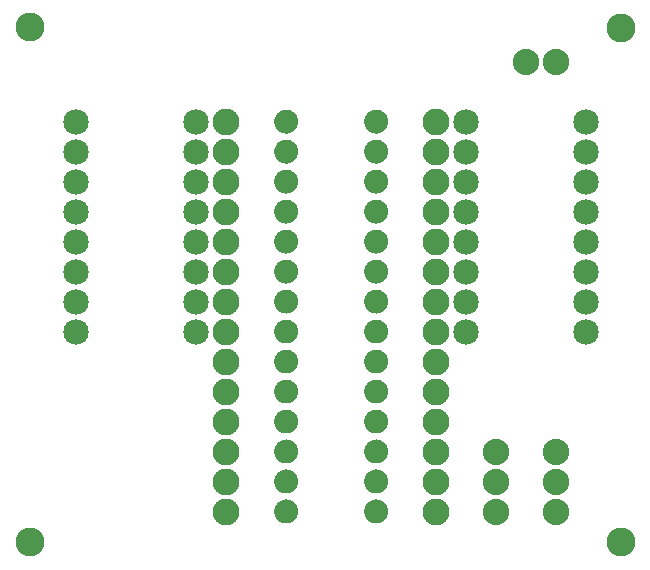
<source format=gts>
G04 MADE WITH FRITZING*
G04 WWW.FRITZING.ORG*
G04 DOUBLE SIDED*
G04 HOLES PLATED*
G04 CONTOUR ON CENTER OF CONTOUR VECTOR*
%ASAXBY*%
%FSLAX23Y23*%
%MOIN*%
%OFA0B0*%
%SFA1.0B1.0*%
%ADD10C,0.089370*%
%ADD11C,0.085000*%
%ADD12C,0.088000*%
%ADD13C,0.096614*%
%ADD14R,0.001000X0.001000*%
%LNMASK1*%
G90*
G70*
G54D10*
X752Y1490D03*
X752Y1390D03*
X752Y1290D03*
X752Y1190D03*
X752Y1090D03*
X752Y990D03*
X752Y890D03*
X752Y790D03*
X752Y690D03*
X752Y590D03*
X752Y490D03*
X752Y390D03*
X752Y290D03*
X752Y190D03*
X1452Y1490D03*
X1452Y1390D03*
X1452Y1290D03*
X1452Y1190D03*
X1452Y1090D03*
X1452Y990D03*
X1452Y890D03*
X1452Y790D03*
X1452Y690D03*
X1452Y590D03*
X1452Y490D03*
X1452Y390D03*
X1452Y290D03*
X1452Y190D03*
G54D11*
X1552Y790D03*
X1952Y790D03*
X1552Y890D03*
X1952Y890D03*
X1552Y990D03*
X1952Y990D03*
X1552Y1090D03*
X1952Y1090D03*
X1552Y1190D03*
X1952Y1190D03*
X1552Y1290D03*
X1952Y1290D03*
X1552Y1390D03*
X1952Y1390D03*
X1552Y1490D03*
X1952Y1490D03*
X252Y790D03*
X652Y790D03*
X252Y890D03*
X652Y890D03*
X252Y990D03*
X652Y990D03*
X252Y1090D03*
X652Y1090D03*
X252Y1190D03*
X652Y1190D03*
X252Y1290D03*
X652Y1290D03*
X252Y1390D03*
X652Y1390D03*
X252Y1490D03*
X652Y1490D03*
G54D12*
X1652Y190D03*
X1652Y290D03*
X1652Y390D03*
X1852Y390D03*
X1852Y290D03*
X1852Y190D03*
X1852Y1690D03*
X1752Y1690D03*
G54D13*
X98Y90D03*
X2066Y1804D03*
X97Y1805D03*
X2066Y90D03*
G54D14*
X945Y1530D02*
X957Y1530D01*
X1245Y1530D02*
X1257Y1530D01*
X940Y1529D02*
X962Y1529D01*
X1240Y1529D02*
X1261Y1529D01*
X937Y1528D02*
X965Y1528D01*
X1237Y1528D02*
X1265Y1528D01*
X935Y1527D02*
X967Y1527D01*
X1235Y1527D02*
X1267Y1527D01*
X933Y1526D02*
X969Y1526D01*
X1233Y1526D02*
X1269Y1526D01*
X931Y1525D02*
X971Y1525D01*
X1231Y1525D02*
X1271Y1525D01*
X930Y1524D02*
X972Y1524D01*
X1230Y1524D02*
X1272Y1524D01*
X928Y1523D02*
X974Y1523D01*
X1228Y1523D02*
X1274Y1523D01*
X927Y1522D02*
X975Y1522D01*
X1227Y1522D02*
X1275Y1522D01*
X926Y1521D02*
X976Y1521D01*
X1225Y1521D02*
X1276Y1521D01*
X924Y1520D02*
X978Y1520D01*
X1224Y1520D02*
X1278Y1520D01*
X923Y1519D02*
X979Y1519D01*
X1223Y1519D02*
X1279Y1519D01*
X922Y1518D02*
X980Y1518D01*
X1222Y1518D02*
X1280Y1518D01*
X921Y1517D02*
X981Y1517D01*
X1221Y1517D02*
X1280Y1517D01*
X921Y1516D02*
X981Y1516D01*
X1221Y1516D02*
X1281Y1516D01*
X920Y1515D02*
X982Y1515D01*
X1220Y1515D02*
X1282Y1515D01*
X919Y1514D02*
X983Y1514D01*
X1219Y1514D02*
X1283Y1514D01*
X918Y1513D02*
X984Y1513D01*
X1218Y1513D02*
X1284Y1513D01*
X918Y1512D02*
X984Y1512D01*
X1218Y1512D02*
X1284Y1512D01*
X917Y1511D02*
X985Y1511D01*
X1217Y1511D02*
X1285Y1511D01*
X917Y1510D02*
X985Y1510D01*
X1217Y1510D02*
X1285Y1510D01*
X916Y1509D02*
X986Y1509D01*
X1216Y1509D02*
X1286Y1509D01*
X916Y1508D02*
X986Y1508D01*
X1215Y1508D02*
X1286Y1508D01*
X915Y1507D02*
X987Y1507D01*
X1215Y1507D02*
X1287Y1507D01*
X915Y1506D02*
X987Y1506D01*
X1215Y1506D02*
X1287Y1506D01*
X914Y1505D02*
X988Y1505D01*
X1214Y1505D02*
X1288Y1505D01*
X914Y1504D02*
X988Y1504D01*
X1214Y1504D02*
X1288Y1504D01*
X913Y1503D02*
X988Y1503D01*
X1213Y1503D02*
X1288Y1503D01*
X913Y1502D02*
X989Y1502D01*
X1213Y1502D02*
X1289Y1502D01*
X913Y1501D02*
X989Y1501D01*
X1213Y1501D02*
X1289Y1501D01*
X913Y1500D02*
X989Y1500D01*
X1213Y1500D02*
X1289Y1500D01*
X912Y1499D02*
X990Y1499D01*
X1212Y1499D02*
X1289Y1499D01*
X912Y1498D02*
X990Y1498D01*
X1212Y1498D02*
X1290Y1498D01*
X912Y1497D02*
X990Y1497D01*
X1212Y1497D02*
X1290Y1497D01*
X912Y1496D02*
X990Y1496D01*
X1212Y1496D02*
X1290Y1496D01*
X912Y1495D02*
X990Y1495D01*
X1212Y1495D02*
X1290Y1495D01*
X912Y1494D02*
X990Y1494D01*
X1212Y1494D02*
X1290Y1494D01*
X912Y1493D02*
X990Y1493D01*
X1212Y1493D02*
X1290Y1493D01*
X912Y1492D02*
X990Y1492D01*
X1212Y1492D02*
X1290Y1492D01*
X912Y1491D02*
X990Y1491D01*
X1211Y1491D02*
X1290Y1491D01*
X912Y1490D02*
X990Y1490D01*
X1211Y1490D02*
X1290Y1490D01*
X912Y1489D02*
X990Y1489D01*
X1212Y1489D02*
X1290Y1489D01*
X912Y1488D02*
X990Y1488D01*
X1212Y1488D02*
X1290Y1488D01*
X912Y1487D02*
X990Y1487D01*
X1212Y1487D02*
X1290Y1487D01*
X912Y1486D02*
X990Y1486D01*
X1212Y1486D02*
X1290Y1486D01*
X912Y1485D02*
X990Y1485D01*
X1212Y1485D02*
X1290Y1485D01*
X912Y1484D02*
X990Y1484D01*
X1212Y1484D02*
X1290Y1484D01*
X912Y1483D02*
X990Y1483D01*
X1212Y1483D02*
X1290Y1483D01*
X913Y1482D02*
X989Y1482D01*
X1212Y1482D02*
X1289Y1482D01*
X913Y1481D02*
X989Y1481D01*
X1213Y1481D02*
X1289Y1481D01*
X913Y1480D02*
X989Y1480D01*
X1213Y1480D02*
X1289Y1480D01*
X913Y1479D02*
X989Y1479D01*
X1213Y1479D02*
X1289Y1479D01*
X914Y1478D02*
X988Y1478D01*
X1214Y1478D02*
X1288Y1478D01*
X914Y1477D02*
X988Y1477D01*
X1214Y1477D02*
X1288Y1477D01*
X914Y1476D02*
X988Y1476D01*
X1214Y1476D02*
X1288Y1476D01*
X915Y1475D02*
X987Y1475D01*
X1215Y1475D02*
X1287Y1475D01*
X915Y1474D02*
X987Y1474D01*
X1215Y1474D02*
X1287Y1474D01*
X916Y1473D02*
X986Y1473D01*
X1216Y1473D02*
X1286Y1473D01*
X916Y1472D02*
X986Y1472D01*
X1216Y1472D02*
X1286Y1472D01*
X917Y1471D02*
X985Y1471D01*
X1217Y1471D02*
X1285Y1471D01*
X917Y1470D02*
X985Y1470D01*
X1217Y1470D02*
X1285Y1470D01*
X918Y1469D02*
X984Y1469D01*
X1218Y1469D02*
X1284Y1469D01*
X919Y1468D02*
X983Y1468D01*
X1219Y1468D02*
X1283Y1468D01*
X919Y1467D02*
X983Y1467D01*
X1219Y1467D02*
X1283Y1467D01*
X920Y1466D02*
X982Y1466D01*
X1220Y1466D02*
X1282Y1466D01*
X921Y1465D02*
X981Y1465D01*
X1221Y1465D02*
X1281Y1465D01*
X922Y1464D02*
X980Y1464D01*
X1222Y1464D02*
X1280Y1464D01*
X923Y1463D02*
X979Y1463D01*
X1223Y1463D02*
X1279Y1463D01*
X924Y1462D02*
X978Y1462D01*
X1224Y1462D02*
X1278Y1462D01*
X925Y1461D02*
X977Y1461D01*
X1225Y1461D02*
X1277Y1461D01*
X926Y1460D02*
X976Y1460D01*
X1226Y1460D02*
X1276Y1460D01*
X927Y1459D02*
X975Y1459D01*
X1227Y1459D02*
X1275Y1459D01*
X929Y1458D02*
X973Y1458D01*
X1229Y1458D02*
X1273Y1458D01*
X930Y1457D02*
X972Y1457D01*
X1230Y1457D02*
X1272Y1457D01*
X932Y1456D02*
X970Y1456D01*
X1232Y1456D02*
X1270Y1456D01*
X934Y1455D02*
X968Y1455D01*
X1233Y1455D02*
X1268Y1455D01*
X936Y1454D02*
X966Y1454D01*
X1236Y1454D02*
X1266Y1454D01*
X938Y1453D02*
X964Y1453D01*
X1238Y1453D02*
X1264Y1453D01*
X942Y1452D02*
X960Y1452D01*
X1242Y1452D02*
X1260Y1452D01*
X947Y1451D02*
X955Y1451D01*
X1247Y1451D02*
X1255Y1451D01*
X945Y1430D02*
X957Y1430D01*
X1245Y1430D02*
X1257Y1430D01*
X940Y1429D02*
X962Y1429D01*
X1240Y1429D02*
X1262Y1429D01*
X937Y1428D02*
X965Y1428D01*
X1237Y1428D02*
X1265Y1428D01*
X935Y1427D02*
X967Y1427D01*
X1235Y1427D02*
X1267Y1427D01*
X933Y1426D02*
X969Y1426D01*
X1233Y1426D02*
X1269Y1426D01*
X931Y1425D02*
X971Y1425D01*
X1231Y1425D02*
X1271Y1425D01*
X930Y1424D02*
X972Y1424D01*
X1229Y1424D02*
X1272Y1424D01*
X928Y1423D02*
X974Y1423D01*
X1228Y1423D02*
X1274Y1423D01*
X927Y1422D02*
X975Y1422D01*
X1227Y1422D02*
X1275Y1422D01*
X925Y1421D02*
X977Y1421D01*
X1225Y1421D02*
X1276Y1421D01*
X924Y1420D02*
X978Y1420D01*
X1224Y1420D02*
X1278Y1420D01*
X923Y1419D02*
X979Y1419D01*
X1223Y1419D02*
X1279Y1419D01*
X922Y1418D02*
X980Y1418D01*
X1222Y1418D02*
X1280Y1418D01*
X921Y1417D02*
X981Y1417D01*
X1221Y1417D02*
X1280Y1417D01*
X921Y1416D02*
X981Y1416D01*
X1221Y1416D02*
X1281Y1416D01*
X920Y1415D02*
X982Y1415D01*
X1220Y1415D02*
X1282Y1415D01*
X919Y1414D02*
X983Y1414D01*
X1219Y1414D02*
X1283Y1414D01*
X918Y1413D02*
X984Y1413D01*
X1218Y1413D02*
X1284Y1413D01*
X918Y1412D02*
X984Y1412D01*
X1218Y1412D02*
X1284Y1412D01*
X917Y1411D02*
X985Y1411D01*
X1217Y1411D02*
X1285Y1411D01*
X917Y1410D02*
X985Y1410D01*
X1216Y1410D02*
X1285Y1410D01*
X916Y1409D02*
X986Y1409D01*
X1216Y1409D02*
X1286Y1409D01*
X916Y1408D02*
X986Y1408D01*
X1215Y1408D02*
X1286Y1408D01*
X915Y1407D02*
X987Y1407D01*
X1215Y1407D02*
X1287Y1407D01*
X915Y1406D02*
X987Y1406D01*
X1215Y1406D02*
X1287Y1406D01*
X914Y1405D02*
X988Y1405D01*
X1214Y1405D02*
X1288Y1405D01*
X914Y1404D02*
X988Y1404D01*
X1214Y1404D02*
X1288Y1404D01*
X913Y1403D02*
X989Y1403D01*
X1213Y1403D02*
X1288Y1403D01*
X913Y1402D02*
X989Y1402D01*
X1213Y1402D02*
X1289Y1402D01*
X913Y1401D02*
X989Y1401D01*
X1213Y1401D02*
X1289Y1401D01*
X913Y1400D02*
X989Y1400D01*
X1213Y1400D02*
X1289Y1400D01*
X912Y1399D02*
X990Y1399D01*
X1212Y1399D02*
X1289Y1399D01*
X912Y1398D02*
X990Y1398D01*
X1212Y1398D02*
X1290Y1398D01*
X912Y1397D02*
X990Y1397D01*
X1212Y1397D02*
X1290Y1397D01*
X912Y1396D02*
X990Y1396D01*
X1212Y1396D02*
X1290Y1396D01*
X912Y1395D02*
X990Y1395D01*
X1212Y1395D02*
X1290Y1395D01*
X912Y1394D02*
X990Y1394D01*
X1212Y1394D02*
X1290Y1394D01*
X912Y1393D02*
X990Y1393D01*
X1212Y1393D02*
X1290Y1393D01*
X912Y1392D02*
X990Y1392D01*
X1212Y1392D02*
X1290Y1392D01*
X912Y1391D02*
X990Y1391D01*
X1211Y1391D02*
X1290Y1391D01*
X912Y1390D02*
X990Y1390D01*
X1211Y1390D02*
X1290Y1390D01*
X912Y1389D02*
X990Y1389D01*
X1212Y1389D02*
X1290Y1389D01*
X912Y1388D02*
X990Y1388D01*
X1212Y1388D02*
X1290Y1388D01*
X912Y1387D02*
X990Y1387D01*
X1212Y1387D02*
X1290Y1387D01*
X912Y1386D02*
X990Y1386D01*
X1212Y1386D02*
X1290Y1386D01*
X912Y1385D02*
X990Y1385D01*
X1212Y1385D02*
X1290Y1385D01*
X912Y1384D02*
X990Y1384D01*
X1212Y1384D02*
X1290Y1384D01*
X912Y1383D02*
X990Y1383D01*
X1212Y1383D02*
X1290Y1383D01*
X913Y1382D02*
X989Y1382D01*
X1213Y1382D02*
X1289Y1382D01*
X913Y1381D02*
X989Y1381D01*
X1213Y1381D02*
X1289Y1381D01*
X913Y1380D02*
X989Y1380D01*
X1213Y1380D02*
X1289Y1380D01*
X913Y1379D02*
X989Y1379D01*
X1213Y1379D02*
X1289Y1379D01*
X914Y1378D02*
X988Y1378D01*
X1214Y1378D02*
X1288Y1378D01*
X914Y1377D02*
X988Y1377D01*
X1214Y1377D02*
X1288Y1377D01*
X914Y1376D02*
X988Y1376D01*
X1214Y1376D02*
X1288Y1376D01*
X915Y1375D02*
X987Y1375D01*
X1215Y1375D02*
X1287Y1375D01*
X915Y1374D02*
X987Y1374D01*
X1215Y1374D02*
X1287Y1374D01*
X916Y1373D02*
X986Y1373D01*
X1216Y1373D02*
X1286Y1373D01*
X916Y1372D02*
X986Y1372D01*
X1216Y1372D02*
X1286Y1372D01*
X917Y1371D02*
X985Y1371D01*
X1217Y1371D02*
X1285Y1371D01*
X917Y1370D02*
X985Y1370D01*
X1217Y1370D02*
X1285Y1370D01*
X918Y1369D02*
X984Y1369D01*
X1218Y1369D02*
X1284Y1369D01*
X919Y1368D02*
X983Y1368D01*
X1219Y1368D02*
X1283Y1368D01*
X919Y1367D02*
X983Y1367D01*
X1219Y1367D02*
X1283Y1367D01*
X920Y1366D02*
X982Y1366D01*
X1220Y1366D02*
X1282Y1366D01*
X921Y1365D02*
X981Y1365D01*
X1221Y1365D02*
X1281Y1365D01*
X922Y1364D02*
X980Y1364D01*
X1222Y1364D02*
X1280Y1364D01*
X923Y1363D02*
X979Y1363D01*
X1223Y1363D02*
X1279Y1363D01*
X924Y1362D02*
X978Y1362D01*
X1224Y1362D02*
X1278Y1362D01*
X925Y1361D02*
X977Y1361D01*
X1225Y1361D02*
X1277Y1361D01*
X926Y1360D02*
X976Y1360D01*
X1226Y1360D02*
X1276Y1360D01*
X927Y1359D02*
X975Y1359D01*
X1227Y1359D02*
X1275Y1359D01*
X929Y1358D02*
X973Y1358D01*
X1229Y1358D02*
X1273Y1358D01*
X930Y1357D02*
X972Y1357D01*
X1230Y1357D02*
X1272Y1357D01*
X932Y1356D02*
X970Y1356D01*
X1232Y1356D02*
X1270Y1356D01*
X934Y1355D02*
X968Y1355D01*
X1234Y1355D02*
X1268Y1355D01*
X936Y1354D02*
X966Y1354D01*
X1236Y1354D02*
X1266Y1354D01*
X938Y1353D02*
X964Y1353D01*
X1238Y1353D02*
X1264Y1353D01*
X942Y1352D02*
X960Y1352D01*
X1242Y1352D02*
X1260Y1352D01*
X947Y1351D02*
X955Y1351D01*
X1247Y1351D02*
X1255Y1351D01*
X944Y1330D02*
X958Y1330D01*
X1244Y1330D02*
X1257Y1330D01*
X940Y1329D02*
X962Y1329D01*
X1240Y1329D02*
X1262Y1329D01*
X937Y1328D02*
X965Y1328D01*
X1237Y1328D02*
X1265Y1328D01*
X935Y1327D02*
X967Y1327D01*
X1235Y1327D02*
X1267Y1327D01*
X933Y1326D02*
X969Y1326D01*
X1233Y1326D02*
X1269Y1326D01*
X931Y1325D02*
X971Y1325D01*
X1231Y1325D02*
X1271Y1325D01*
X929Y1324D02*
X973Y1324D01*
X1229Y1324D02*
X1273Y1324D01*
X928Y1323D02*
X974Y1323D01*
X1228Y1323D02*
X1274Y1323D01*
X927Y1322D02*
X975Y1322D01*
X1227Y1322D02*
X1275Y1322D01*
X925Y1321D02*
X977Y1321D01*
X1225Y1321D02*
X1277Y1321D01*
X924Y1320D02*
X978Y1320D01*
X1224Y1320D02*
X1278Y1320D01*
X923Y1319D02*
X979Y1319D01*
X1223Y1319D02*
X1279Y1319D01*
X922Y1318D02*
X980Y1318D01*
X1222Y1318D02*
X1280Y1318D01*
X921Y1317D02*
X981Y1317D01*
X1221Y1317D02*
X1281Y1317D01*
X921Y1316D02*
X981Y1316D01*
X1221Y1316D02*
X1281Y1316D01*
X920Y1315D02*
X982Y1315D01*
X1220Y1315D02*
X1282Y1315D01*
X919Y1314D02*
X983Y1314D01*
X1219Y1314D02*
X1283Y1314D01*
X918Y1313D02*
X984Y1313D01*
X1218Y1313D02*
X1284Y1313D01*
X918Y1312D02*
X984Y1312D01*
X1218Y1312D02*
X1284Y1312D01*
X917Y1311D02*
X985Y1311D01*
X1217Y1311D02*
X1285Y1311D01*
X917Y1310D02*
X985Y1310D01*
X1216Y1310D02*
X1285Y1310D01*
X916Y1309D02*
X986Y1309D01*
X1216Y1309D02*
X1286Y1309D01*
X915Y1308D02*
X987Y1308D01*
X1215Y1308D02*
X1286Y1308D01*
X915Y1307D02*
X987Y1307D01*
X1215Y1307D02*
X1287Y1307D01*
X915Y1306D02*
X987Y1306D01*
X1214Y1306D02*
X1287Y1306D01*
X914Y1305D02*
X988Y1305D01*
X1214Y1305D02*
X1288Y1305D01*
X914Y1304D02*
X988Y1304D01*
X1214Y1304D02*
X1288Y1304D01*
X913Y1303D02*
X989Y1303D01*
X1213Y1303D02*
X1288Y1303D01*
X913Y1302D02*
X989Y1302D01*
X1213Y1302D02*
X1289Y1302D01*
X913Y1301D02*
X989Y1301D01*
X1213Y1301D02*
X1289Y1301D01*
X913Y1300D02*
X989Y1300D01*
X1213Y1300D02*
X1289Y1300D01*
X912Y1299D02*
X990Y1299D01*
X1212Y1299D02*
X1289Y1299D01*
X912Y1298D02*
X990Y1298D01*
X1212Y1298D02*
X1290Y1298D01*
X912Y1297D02*
X990Y1297D01*
X1212Y1297D02*
X1290Y1297D01*
X912Y1296D02*
X990Y1296D01*
X1212Y1296D02*
X1290Y1296D01*
X912Y1295D02*
X990Y1295D01*
X1212Y1295D02*
X1290Y1295D01*
X912Y1294D02*
X990Y1294D01*
X1212Y1294D02*
X1290Y1294D01*
X912Y1293D02*
X990Y1293D01*
X1212Y1293D02*
X1290Y1293D01*
X912Y1292D02*
X990Y1292D01*
X1212Y1292D02*
X1290Y1292D01*
X912Y1291D02*
X990Y1291D01*
X1211Y1291D02*
X1290Y1291D01*
X912Y1290D02*
X990Y1290D01*
X1211Y1290D02*
X1290Y1290D01*
X912Y1289D02*
X990Y1289D01*
X1212Y1289D02*
X1290Y1289D01*
X912Y1288D02*
X990Y1288D01*
X1212Y1288D02*
X1290Y1288D01*
X912Y1287D02*
X990Y1287D01*
X1212Y1287D02*
X1290Y1287D01*
X912Y1286D02*
X990Y1286D01*
X1212Y1286D02*
X1290Y1286D01*
X912Y1285D02*
X990Y1285D01*
X1212Y1285D02*
X1290Y1285D01*
X912Y1284D02*
X990Y1284D01*
X1212Y1284D02*
X1290Y1284D01*
X912Y1283D02*
X990Y1283D01*
X1212Y1283D02*
X1290Y1283D01*
X913Y1282D02*
X989Y1282D01*
X1213Y1282D02*
X1289Y1282D01*
X913Y1281D02*
X989Y1281D01*
X1213Y1281D02*
X1289Y1281D01*
X913Y1280D02*
X989Y1280D01*
X1213Y1280D02*
X1289Y1280D01*
X913Y1279D02*
X989Y1279D01*
X1213Y1279D02*
X1289Y1279D01*
X914Y1278D02*
X988Y1278D01*
X1214Y1278D02*
X1288Y1278D01*
X914Y1277D02*
X988Y1277D01*
X1214Y1277D02*
X1288Y1277D01*
X914Y1276D02*
X988Y1276D01*
X1214Y1276D02*
X1288Y1276D01*
X915Y1275D02*
X987Y1275D01*
X1215Y1275D02*
X1287Y1275D01*
X915Y1274D02*
X987Y1274D01*
X1215Y1274D02*
X1287Y1274D01*
X916Y1273D02*
X986Y1273D01*
X1216Y1273D02*
X1286Y1273D01*
X916Y1272D02*
X986Y1272D01*
X1216Y1272D02*
X1286Y1272D01*
X917Y1271D02*
X985Y1271D01*
X1217Y1271D02*
X1285Y1271D01*
X917Y1270D02*
X985Y1270D01*
X1217Y1270D02*
X1285Y1270D01*
X918Y1269D02*
X984Y1269D01*
X1218Y1269D02*
X1284Y1269D01*
X919Y1268D02*
X983Y1268D01*
X1219Y1268D02*
X1283Y1268D01*
X919Y1267D02*
X983Y1267D01*
X1219Y1267D02*
X1283Y1267D01*
X920Y1266D02*
X982Y1266D01*
X1220Y1266D02*
X1282Y1266D01*
X921Y1265D02*
X981Y1265D01*
X1221Y1265D02*
X1281Y1265D01*
X922Y1264D02*
X980Y1264D01*
X1222Y1264D02*
X1280Y1264D01*
X923Y1263D02*
X979Y1263D01*
X1223Y1263D02*
X1279Y1263D01*
X924Y1262D02*
X978Y1262D01*
X1224Y1262D02*
X1278Y1262D01*
X925Y1261D02*
X977Y1261D01*
X1225Y1261D02*
X1277Y1261D01*
X926Y1260D02*
X976Y1260D01*
X1226Y1260D02*
X1276Y1260D01*
X927Y1259D02*
X975Y1259D01*
X1227Y1259D02*
X1275Y1259D01*
X929Y1258D02*
X973Y1258D01*
X1229Y1258D02*
X1273Y1258D01*
X930Y1257D02*
X972Y1257D01*
X1230Y1257D02*
X1272Y1257D01*
X932Y1256D02*
X970Y1256D01*
X1232Y1256D02*
X1270Y1256D01*
X934Y1255D02*
X968Y1255D01*
X1234Y1255D02*
X1268Y1255D01*
X936Y1254D02*
X966Y1254D01*
X1236Y1254D02*
X1266Y1254D01*
X938Y1253D02*
X964Y1253D01*
X1238Y1253D02*
X1263Y1253D01*
X942Y1252D02*
X960Y1252D01*
X1242Y1252D02*
X1260Y1252D01*
X948Y1251D02*
X954Y1251D01*
X1248Y1251D02*
X1254Y1251D01*
X944Y1230D02*
X958Y1230D01*
X1244Y1230D02*
X1258Y1230D01*
X940Y1229D02*
X962Y1229D01*
X1240Y1229D02*
X1262Y1229D01*
X937Y1228D02*
X965Y1228D01*
X1237Y1228D02*
X1265Y1228D01*
X935Y1227D02*
X967Y1227D01*
X1235Y1227D02*
X1267Y1227D01*
X933Y1226D02*
X969Y1226D01*
X1233Y1226D02*
X1269Y1226D01*
X931Y1225D02*
X971Y1225D01*
X1231Y1225D02*
X1271Y1225D01*
X929Y1224D02*
X973Y1224D01*
X1229Y1224D02*
X1273Y1224D01*
X928Y1223D02*
X974Y1223D01*
X1228Y1223D02*
X1274Y1223D01*
X927Y1222D02*
X975Y1222D01*
X1227Y1222D02*
X1275Y1222D01*
X925Y1221D02*
X977Y1221D01*
X1225Y1221D02*
X1277Y1221D01*
X924Y1220D02*
X978Y1220D01*
X1224Y1220D02*
X1278Y1220D01*
X923Y1219D02*
X979Y1219D01*
X1223Y1219D02*
X1279Y1219D01*
X922Y1218D02*
X980Y1218D01*
X1222Y1218D02*
X1280Y1218D01*
X921Y1217D02*
X981Y1217D01*
X1221Y1217D02*
X1281Y1217D01*
X921Y1216D02*
X981Y1216D01*
X1220Y1216D02*
X1281Y1216D01*
X920Y1215D02*
X982Y1215D01*
X1220Y1215D02*
X1282Y1215D01*
X919Y1214D02*
X983Y1214D01*
X1219Y1214D02*
X1283Y1214D01*
X918Y1213D02*
X984Y1213D01*
X1218Y1213D02*
X1284Y1213D01*
X918Y1212D02*
X984Y1212D01*
X1218Y1212D02*
X1284Y1212D01*
X917Y1211D02*
X985Y1211D01*
X1217Y1211D02*
X1285Y1211D01*
X916Y1210D02*
X986Y1210D01*
X1216Y1210D02*
X1285Y1210D01*
X916Y1209D02*
X986Y1209D01*
X1216Y1209D02*
X1286Y1209D01*
X915Y1208D02*
X987Y1208D01*
X1215Y1208D02*
X1286Y1208D01*
X915Y1207D02*
X987Y1207D01*
X1215Y1207D02*
X1287Y1207D01*
X915Y1206D02*
X987Y1206D01*
X1214Y1206D02*
X1287Y1206D01*
X914Y1205D02*
X988Y1205D01*
X1214Y1205D02*
X1288Y1205D01*
X914Y1204D02*
X988Y1204D01*
X1214Y1204D02*
X1288Y1204D01*
X913Y1203D02*
X989Y1203D01*
X1213Y1203D02*
X1288Y1203D01*
X913Y1202D02*
X989Y1202D01*
X1213Y1202D02*
X1289Y1202D01*
X913Y1201D02*
X989Y1201D01*
X1213Y1201D02*
X1289Y1201D01*
X913Y1200D02*
X989Y1200D01*
X1213Y1200D02*
X1289Y1200D01*
X912Y1199D02*
X990Y1199D01*
X1212Y1199D02*
X1290Y1199D01*
X912Y1198D02*
X990Y1198D01*
X1212Y1198D02*
X1290Y1198D01*
X912Y1197D02*
X990Y1197D01*
X1212Y1197D02*
X1290Y1197D01*
X912Y1196D02*
X990Y1196D01*
X1212Y1196D02*
X1290Y1196D01*
X912Y1195D02*
X990Y1195D01*
X1212Y1195D02*
X1290Y1195D01*
X912Y1194D02*
X990Y1194D01*
X1212Y1194D02*
X1290Y1194D01*
X912Y1193D02*
X990Y1193D01*
X1212Y1193D02*
X1290Y1193D01*
X912Y1192D02*
X990Y1192D01*
X1212Y1192D02*
X1290Y1192D01*
X912Y1191D02*
X990Y1191D01*
X1211Y1191D02*
X1290Y1191D01*
X912Y1190D02*
X990Y1190D01*
X1211Y1190D02*
X1290Y1190D01*
X912Y1189D02*
X990Y1189D01*
X1212Y1189D02*
X1290Y1189D01*
X912Y1188D02*
X990Y1188D01*
X1212Y1188D02*
X1290Y1188D01*
X912Y1187D02*
X990Y1187D01*
X1212Y1187D02*
X1290Y1187D01*
X912Y1186D02*
X990Y1186D01*
X1212Y1186D02*
X1290Y1186D01*
X912Y1185D02*
X990Y1185D01*
X1212Y1185D02*
X1290Y1185D01*
X912Y1184D02*
X990Y1184D01*
X1212Y1184D02*
X1290Y1184D01*
X912Y1183D02*
X990Y1183D01*
X1212Y1183D02*
X1290Y1183D01*
X913Y1182D02*
X989Y1182D01*
X1213Y1182D02*
X1289Y1182D01*
X913Y1181D02*
X989Y1181D01*
X1213Y1181D02*
X1289Y1181D01*
X913Y1180D02*
X989Y1180D01*
X1213Y1180D02*
X1289Y1180D01*
X913Y1179D02*
X989Y1179D01*
X1213Y1179D02*
X1289Y1179D01*
X914Y1178D02*
X988Y1178D01*
X1214Y1178D02*
X1288Y1178D01*
X914Y1177D02*
X988Y1177D01*
X1214Y1177D02*
X1288Y1177D01*
X914Y1176D02*
X988Y1176D01*
X1214Y1176D02*
X1288Y1176D01*
X915Y1175D02*
X987Y1175D01*
X1215Y1175D02*
X1287Y1175D01*
X915Y1174D02*
X987Y1174D01*
X1215Y1174D02*
X1287Y1174D01*
X916Y1173D02*
X986Y1173D01*
X1216Y1173D02*
X1286Y1173D01*
X916Y1172D02*
X986Y1172D01*
X1216Y1172D02*
X1286Y1172D01*
X917Y1171D02*
X985Y1171D01*
X1217Y1171D02*
X1285Y1171D01*
X917Y1170D02*
X985Y1170D01*
X1217Y1170D02*
X1285Y1170D01*
X918Y1169D02*
X984Y1169D01*
X1218Y1169D02*
X1284Y1169D01*
X919Y1168D02*
X983Y1168D01*
X1219Y1168D02*
X1283Y1168D01*
X919Y1167D02*
X983Y1167D01*
X1219Y1167D02*
X1282Y1167D01*
X920Y1166D02*
X982Y1166D01*
X1220Y1166D02*
X1282Y1166D01*
X921Y1165D02*
X981Y1165D01*
X1221Y1165D02*
X1281Y1165D01*
X922Y1164D02*
X980Y1164D01*
X1222Y1164D02*
X1280Y1164D01*
X923Y1163D02*
X979Y1163D01*
X1223Y1163D02*
X1279Y1163D01*
X924Y1162D02*
X978Y1162D01*
X1224Y1162D02*
X1278Y1162D01*
X925Y1161D02*
X977Y1161D01*
X1225Y1161D02*
X1277Y1161D01*
X926Y1160D02*
X976Y1160D01*
X1226Y1160D02*
X1276Y1160D01*
X927Y1159D02*
X975Y1159D01*
X1227Y1159D02*
X1275Y1159D01*
X929Y1158D02*
X973Y1158D01*
X1229Y1158D02*
X1273Y1158D01*
X930Y1157D02*
X972Y1157D01*
X1230Y1157D02*
X1272Y1157D01*
X932Y1156D02*
X970Y1156D01*
X1232Y1156D02*
X1270Y1156D01*
X934Y1155D02*
X968Y1155D01*
X1234Y1155D02*
X1268Y1155D01*
X936Y1154D02*
X966Y1154D01*
X1236Y1154D02*
X1266Y1154D01*
X939Y1153D02*
X963Y1153D01*
X1239Y1153D02*
X1263Y1153D01*
X942Y1152D02*
X960Y1152D01*
X1242Y1152D02*
X1260Y1152D01*
X948Y1151D02*
X954Y1151D01*
X1248Y1151D02*
X1254Y1151D01*
X944Y1130D02*
X958Y1130D01*
X1244Y1130D02*
X1258Y1130D01*
X940Y1129D02*
X962Y1129D01*
X1240Y1129D02*
X1262Y1129D01*
X937Y1128D02*
X965Y1128D01*
X1237Y1128D02*
X1265Y1128D01*
X935Y1127D02*
X967Y1127D01*
X1235Y1127D02*
X1267Y1127D01*
X933Y1126D02*
X969Y1126D01*
X1233Y1126D02*
X1269Y1126D01*
X931Y1125D02*
X971Y1125D01*
X1231Y1125D02*
X1271Y1125D01*
X929Y1124D02*
X973Y1124D01*
X1229Y1124D02*
X1273Y1124D01*
X928Y1123D02*
X974Y1123D01*
X1228Y1123D02*
X1274Y1123D01*
X927Y1122D02*
X975Y1122D01*
X1227Y1122D02*
X1275Y1122D01*
X925Y1121D02*
X977Y1121D01*
X1225Y1121D02*
X1277Y1121D01*
X924Y1120D02*
X978Y1120D01*
X1224Y1120D02*
X1278Y1120D01*
X923Y1119D02*
X979Y1119D01*
X1223Y1119D02*
X1279Y1119D01*
X922Y1118D02*
X980Y1118D01*
X1222Y1118D02*
X1280Y1118D01*
X921Y1117D02*
X981Y1117D01*
X1221Y1117D02*
X1281Y1117D01*
X921Y1116D02*
X981Y1116D01*
X1220Y1116D02*
X1281Y1116D01*
X920Y1115D02*
X982Y1115D01*
X1220Y1115D02*
X1282Y1115D01*
X919Y1114D02*
X983Y1114D01*
X1219Y1114D02*
X1283Y1114D01*
X918Y1113D02*
X984Y1113D01*
X1218Y1113D02*
X1284Y1113D01*
X918Y1112D02*
X984Y1112D01*
X1218Y1112D02*
X1284Y1112D01*
X917Y1111D02*
X985Y1111D01*
X1217Y1111D02*
X1285Y1111D01*
X916Y1110D02*
X986Y1110D01*
X1216Y1110D02*
X1285Y1110D01*
X916Y1109D02*
X986Y1109D01*
X1216Y1109D02*
X1286Y1109D01*
X915Y1108D02*
X987Y1108D01*
X1215Y1108D02*
X1287Y1108D01*
X915Y1107D02*
X987Y1107D01*
X1215Y1107D02*
X1287Y1107D01*
X915Y1106D02*
X987Y1106D01*
X1214Y1106D02*
X1287Y1106D01*
X914Y1105D02*
X988Y1105D01*
X1214Y1105D02*
X1288Y1105D01*
X914Y1104D02*
X988Y1104D01*
X1214Y1104D02*
X1288Y1104D01*
X913Y1103D02*
X989Y1103D01*
X1213Y1103D02*
X1288Y1103D01*
X913Y1102D02*
X989Y1102D01*
X1213Y1102D02*
X1289Y1102D01*
X913Y1101D02*
X989Y1101D01*
X1213Y1101D02*
X1289Y1101D01*
X913Y1100D02*
X989Y1100D01*
X1213Y1100D02*
X1289Y1100D01*
X912Y1099D02*
X990Y1099D01*
X1212Y1099D02*
X1290Y1099D01*
X912Y1098D02*
X990Y1098D01*
X1212Y1098D02*
X1290Y1098D01*
X912Y1097D02*
X990Y1097D01*
X1212Y1097D02*
X1290Y1097D01*
X912Y1096D02*
X990Y1096D01*
X1212Y1096D02*
X1290Y1096D01*
X912Y1095D02*
X990Y1095D01*
X1212Y1095D02*
X1290Y1095D01*
X912Y1094D02*
X990Y1094D01*
X1212Y1094D02*
X1290Y1094D01*
X912Y1093D02*
X990Y1093D01*
X1212Y1093D02*
X1290Y1093D01*
X912Y1092D02*
X990Y1092D01*
X1212Y1092D02*
X1290Y1092D01*
X912Y1091D02*
X990Y1091D01*
X1211Y1091D02*
X1290Y1091D01*
X912Y1090D02*
X990Y1090D01*
X1211Y1090D02*
X1290Y1090D01*
X912Y1089D02*
X990Y1089D01*
X1212Y1089D02*
X1290Y1089D01*
X912Y1088D02*
X990Y1088D01*
X1212Y1088D02*
X1290Y1088D01*
X912Y1087D02*
X990Y1087D01*
X1212Y1087D02*
X1290Y1087D01*
X912Y1086D02*
X990Y1086D01*
X1212Y1086D02*
X1290Y1086D01*
X912Y1085D02*
X990Y1085D01*
X1212Y1085D02*
X1290Y1085D01*
X912Y1084D02*
X990Y1084D01*
X1212Y1084D02*
X1290Y1084D01*
X912Y1083D02*
X990Y1083D01*
X1212Y1083D02*
X1290Y1083D01*
X913Y1082D02*
X989Y1082D01*
X1213Y1082D02*
X1289Y1082D01*
X913Y1081D02*
X989Y1081D01*
X1213Y1081D02*
X1289Y1081D01*
X913Y1080D02*
X989Y1080D01*
X1213Y1080D02*
X1289Y1080D01*
X913Y1079D02*
X989Y1079D01*
X1213Y1079D02*
X1289Y1079D01*
X914Y1078D02*
X988Y1078D01*
X1214Y1078D02*
X1288Y1078D01*
X914Y1077D02*
X988Y1077D01*
X1214Y1077D02*
X1288Y1077D01*
X914Y1076D02*
X988Y1076D01*
X1214Y1076D02*
X1288Y1076D01*
X915Y1075D02*
X987Y1075D01*
X1215Y1075D02*
X1287Y1075D01*
X915Y1074D02*
X987Y1074D01*
X1215Y1074D02*
X1287Y1074D01*
X916Y1073D02*
X986Y1073D01*
X1216Y1073D02*
X1286Y1073D01*
X916Y1072D02*
X986Y1072D01*
X1216Y1072D02*
X1286Y1072D01*
X917Y1071D02*
X985Y1071D01*
X1217Y1071D02*
X1285Y1071D01*
X917Y1070D02*
X985Y1070D01*
X1217Y1070D02*
X1284Y1070D01*
X918Y1069D02*
X984Y1069D01*
X1218Y1069D02*
X1284Y1069D01*
X919Y1068D02*
X983Y1068D01*
X1219Y1068D02*
X1283Y1068D01*
X920Y1067D02*
X982Y1067D01*
X1219Y1067D02*
X1282Y1067D01*
X920Y1066D02*
X982Y1066D01*
X1220Y1066D02*
X1282Y1066D01*
X921Y1065D02*
X981Y1065D01*
X1221Y1065D02*
X1281Y1065D01*
X922Y1064D02*
X980Y1064D01*
X1222Y1064D02*
X1280Y1064D01*
X923Y1063D02*
X979Y1063D01*
X1223Y1063D02*
X1279Y1063D01*
X924Y1062D02*
X978Y1062D01*
X1224Y1062D02*
X1278Y1062D01*
X925Y1061D02*
X977Y1061D01*
X1225Y1061D02*
X1277Y1061D01*
X926Y1060D02*
X976Y1060D01*
X1226Y1060D02*
X1276Y1060D01*
X927Y1059D02*
X975Y1059D01*
X1227Y1059D02*
X1275Y1059D01*
X929Y1058D02*
X973Y1058D01*
X1229Y1058D02*
X1273Y1058D01*
X930Y1057D02*
X972Y1057D01*
X1230Y1057D02*
X1272Y1057D01*
X932Y1056D02*
X970Y1056D01*
X1232Y1056D02*
X1270Y1056D01*
X934Y1055D02*
X968Y1055D01*
X1234Y1055D02*
X1268Y1055D01*
X936Y1054D02*
X966Y1054D01*
X1236Y1054D02*
X1266Y1054D01*
X939Y1053D02*
X963Y1053D01*
X1239Y1053D02*
X1263Y1053D01*
X942Y1052D02*
X960Y1052D01*
X1242Y1052D02*
X1260Y1052D01*
X949Y1051D02*
X953Y1051D01*
X1249Y1051D02*
X1253Y1051D01*
X944Y1030D02*
X958Y1030D01*
X1244Y1030D02*
X1258Y1030D01*
X940Y1029D02*
X962Y1029D01*
X1240Y1029D02*
X1262Y1029D01*
X937Y1028D02*
X965Y1028D01*
X1237Y1028D02*
X1265Y1028D01*
X934Y1027D02*
X968Y1027D01*
X1234Y1027D02*
X1267Y1027D01*
X932Y1026D02*
X969Y1026D01*
X1232Y1026D02*
X1269Y1026D01*
X931Y1025D02*
X971Y1025D01*
X1231Y1025D02*
X1271Y1025D01*
X929Y1024D02*
X973Y1024D01*
X1229Y1024D02*
X1273Y1024D01*
X928Y1023D02*
X974Y1023D01*
X1228Y1023D02*
X1274Y1023D01*
X927Y1022D02*
X975Y1022D01*
X1226Y1022D02*
X1275Y1022D01*
X925Y1021D02*
X977Y1021D01*
X1225Y1021D02*
X1277Y1021D01*
X924Y1020D02*
X978Y1020D01*
X1224Y1020D02*
X1278Y1020D01*
X923Y1019D02*
X979Y1019D01*
X1223Y1019D02*
X1279Y1019D01*
X922Y1018D02*
X980Y1018D01*
X1222Y1018D02*
X1280Y1018D01*
X921Y1017D02*
X981Y1017D01*
X1221Y1017D02*
X1281Y1017D01*
X920Y1016D02*
X982Y1016D01*
X1220Y1016D02*
X1281Y1016D01*
X920Y1015D02*
X982Y1015D01*
X1220Y1015D02*
X1282Y1015D01*
X919Y1014D02*
X983Y1014D01*
X1219Y1014D02*
X1283Y1014D01*
X918Y1013D02*
X984Y1013D01*
X1218Y1013D02*
X1284Y1013D01*
X918Y1012D02*
X984Y1012D01*
X1218Y1012D02*
X1284Y1012D01*
X917Y1011D02*
X985Y1011D01*
X1217Y1011D02*
X1285Y1011D01*
X916Y1010D02*
X986Y1010D01*
X1216Y1010D02*
X1286Y1010D01*
X916Y1009D02*
X986Y1009D01*
X1216Y1009D02*
X1286Y1009D01*
X915Y1008D02*
X987Y1008D01*
X1215Y1008D02*
X1287Y1008D01*
X915Y1007D02*
X987Y1007D01*
X1215Y1007D02*
X1287Y1007D01*
X914Y1006D02*
X988Y1006D01*
X1214Y1006D02*
X1287Y1006D01*
X914Y1005D02*
X988Y1005D01*
X1214Y1005D02*
X1288Y1005D01*
X914Y1004D02*
X988Y1004D01*
X1214Y1004D02*
X1288Y1004D01*
X913Y1003D02*
X989Y1003D01*
X1213Y1003D02*
X1289Y1003D01*
X913Y1002D02*
X989Y1002D01*
X1213Y1002D02*
X1289Y1002D01*
X913Y1001D02*
X989Y1001D01*
X1213Y1001D02*
X1289Y1001D01*
X913Y1000D02*
X989Y1000D01*
X1213Y1000D02*
X1289Y1000D01*
X912Y999D02*
X990Y999D01*
X1212Y999D02*
X1290Y999D01*
X912Y998D02*
X990Y998D01*
X1212Y998D02*
X1290Y998D01*
X912Y997D02*
X990Y997D01*
X1212Y997D02*
X1290Y997D01*
X912Y996D02*
X990Y996D01*
X1212Y996D02*
X1290Y996D01*
X912Y995D02*
X990Y995D01*
X1212Y995D02*
X1290Y995D01*
X912Y994D02*
X990Y994D01*
X1212Y994D02*
X1290Y994D01*
X912Y993D02*
X990Y993D01*
X1212Y993D02*
X1290Y993D01*
X912Y992D02*
X990Y992D01*
X1212Y992D02*
X1290Y992D01*
X912Y991D02*
X990Y991D01*
X1211Y991D02*
X1290Y991D01*
X912Y990D02*
X990Y990D01*
X1211Y990D02*
X1290Y990D01*
X912Y989D02*
X990Y989D01*
X1212Y989D02*
X1290Y989D01*
X912Y988D02*
X990Y988D01*
X1212Y988D02*
X1290Y988D01*
X912Y987D02*
X990Y987D01*
X1212Y987D02*
X1290Y987D01*
X912Y986D02*
X990Y986D01*
X1212Y986D02*
X1290Y986D01*
X912Y985D02*
X990Y985D01*
X1212Y985D02*
X1290Y985D01*
X912Y984D02*
X990Y984D01*
X1212Y984D02*
X1290Y984D01*
X912Y983D02*
X990Y983D01*
X1212Y983D02*
X1290Y983D01*
X913Y982D02*
X989Y982D01*
X1213Y982D02*
X1289Y982D01*
X913Y981D02*
X989Y981D01*
X1213Y981D02*
X1289Y981D01*
X913Y980D02*
X989Y980D01*
X1213Y980D02*
X1289Y980D01*
X913Y979D02*
X989Y979D01*
X1213Y979D02*
X1289Y979D01*
X914Y978D02*
X988Y978D01*
X1214Y978D02*
X1288Y978D01*
X914Y977D02*
X988Y977D01*
X1214Y977D02*
X1288Y977D01*
X914Y976D02*
X988Y976D01*
X1214Y976D02*
X1288Y976D01*
X915Y975D02*
X987Y975D01*
X1215Y975D02*
X1287Y975D01*
X915Y974D02*
X987Y974D01*
X1215Y974D02*
X1287Y974D01*
X916Y973D02*
X986Y973D01*
X1216Y973D02*
X1286Y973D01*
X916Y972D02*
X986Y972D01*
X1216Y972D02*
X1286Y972D01*
X917Y971D02*
X985Y971D01*
X1217Y971D02*
X1285Y971D01*
X917Y970D02*
X984Y970D01*
X1217Y970D02*
X1284Y970D01*
X918Y969D02*
X984Y969D01*
X1218Y969D02*
X1284Y969D01*
X919Y968D02*
X983Y968D01*
X1219Y968D02*
X1283Y968D01*
X920Y967D02*
X982Y967D01*
X1219Y967D02*
X1282Y967D01*
X920Y966D02*
X982Y966D01*
X1220Y966D02*
X1282Y966D01*
X921Y965D02*
X981Y965D01*
X1221Y965D02*
X1281Y965D01*
X922Y964D02*
X980Y964D01*
X1222Y964D02*
X1280Y964D01*
X923Y963D02*
X979Y963D01*
X1223Y963D02*
X1279Y963D01*
X924Y962D02*
X978Y962D01*
X1224Y962D02*
X1278Y962D01*
X925Y961D02*
X977Y961D01*
X1225Y961D02*
X1277Y961D01*
X926Y960D02*
X976Y960D01*
X1226Y960D02*
X1276Y960D01*
X928Y959D02*
X974Y959D01*
X1227Y959D02*
X1274Y959D01*
X929Y958D02*
X973Y958D01*
X1229Y958D02*
X1273Y958D01*
X930Y957D02*
X972Y957D01*
X1230Y957D02*
X1272Y957D01*
X932Y956D02*
X970Y956D01*
X1232Y956D02*
X1270Y956D01*
X934Y955D02*
X968Y955D01*
X1234Y955D02*
X1268Y955D01*
X936Y954D02*
X966Y954D01*
X1236Y954D02*
X1266Y954D01*
X939Y953D02*
X963Y953D01*
X1239Y953D02*
X1263Y953D01*
X943Y952D02*
X959Y952D01*
X1242Y952D02*
X1259Y952D01*
X949Y951D02*
X953Y951D01*
X1249Y951D02*
X1253Y951D01*
X943Y930D02*
X959Y930D01*
X1243Y930D02*
X1258Y930D01*
X939Y929D02*
X963Y929D01*
X1239Y929D02*
X1262Y929D01*
X937Y928D02*
X965Y928D01*
X1237Y928D02*
X1265Y928D01*
X934Y927D02*
X968Y927D01*
X1234Y927D02*
X1268Y927D01*
X932Y926D02*
X970Y926D01*
X1232Y926D02*
X1270Y926D01*
X931Y925D02*
X971Y925D01*
X1231Y925D02*
X1271Y925D01*
X929Y924D02*
X973Y924D01*
X1229Y924D02*
X1273Y924D01*
X928Y923D02*
X974Y923D01*
X1228Y923D02*
X1274Y923D01*
X926Y922D02*
X976Y922D01*
X1226Y922D02*
X1275Y922D01*
X925Y921D02*
X977Y921D01*
X1225Y921D02*
X1277Y921D01*
X924Y920D02*
X978Y920D01*
X1224Y920D02*
X1278Y920D01*
X923Y919D02*
X979Y919D01*
X1223Y919D02*
X1279Y919D01*
X922Y918D02*
X980Y918D01*
X1222Y918D02*
X1280Y918D01*
X921Y917D02*
X981Y917D01*
X1221Y917D02*
X1281Y917D01*
X920Y916D02*
X982Y916D01*
X1220Y916D02*
X1282Y916D01*
X920Y915D02*
X982Y915D01*
X1220Y915D02*
X1282Y915D01*
X919Y914D02*
X983Y914D01*
X1219Y914D02*
X1283Y914D01*
X918Y913D02*
X984Y913D01*
X1218Y913D02*
X1284Y913D01*
X918Y912D02*
X984Y912D01*
X1218Y912D02*
X1284Y912D01*
X917Y911D02*
X985Y911D01*
X1217Y911D02*
X1285Y911D01*
X916Y910D02*
X986Y910D01*
X1216Y910D02*
X1286Y910D01*
X916Y909D02*
X986Y909D01*
X1216Y909D02*
X1286Y909D01*
X915Y908D02*
X987Y908D01*
X1215Y908D02*
X1287Y908D01*
X915Y907D02*
X987Y907D01*
X1215Y907D02*
X1287Y907D01*
X914Y906D02*
X988Y906D01*
X1214Y906D02*
X1287Y906D01*
X914Y905D02*
X988Y905D01*
X1214Y905D02*
X1288Y905D01*
X914Y904D02*
X988Y904D01*
X1214Y904D02*
X1288Y904D01*
X913Y903D02*
X989Y903D01*
X1213Y903D02*
X1289Y903D01*
X913Y902D02*
X989Y902D01*
X1213Y902D02*
X1289Y902D01*
X913Y901D02*
X989Y901D01*
X1213Y901D02*
X1289Y901D01*
X913Y900D02*
X989Y900D01*
X1213Y900D02*
X1289Y900D01*
X912Y899D02*
X990Y899D01*
X1212Y899D02*
X1290Y899D01*
X912Y898D02*
X990Y898D01*
X1212Y898D02*
X1290Y898D01*
X912Y897D02*
X990Y897D01*
X1212Y897D02*
X1290Y897D01*
X912Y896D02*
X990Y896D01*
X1212Y896D02*
X1290Y896D01*
X912Y895D02*
X990Y895D01*
X1212Y895D02*
X1290Y895D01*
X912Y894D02*
X990Y894D01*
X1212Y894D02*
X1290Y894D01*
X912Y893D02*
X990Y893D01*
X1212Y893D02*
X1290Y893D01*
X912Y892D02*
X990Y892D01*
X1212Y892D02*
X1290Y892D01*
X912Y891D02*
X990Y891D01*
X1211Y891D02*
X1290Y891D01*
X912Y890D02*
X990Y890D01*
X1212Y890D02*
X1290Y890D01*
X912Y889D02*
X990Y889D01*
X1212Y889D02*
X1290Y889D01*
X912Y888D02*
X990Y888D01*
X1212Y888D02*
X1290Y888D01*
X912Y887D02*
X990Y887D01*
X1212Y887D02*
X1290Y887D01*
X912Y886D02*
X990Y886D01*
X1212Y886D02*
X1290Y886D01*
X912Y885D02*
X990Y885D01*
X1212Y885D02*
X1290Y885D01*
X912Y884D02*
X990Y884D01*
X1212Y884D02*
X1290Y884D01*
X912Y883D02*
X990Y883D01*
X1212Y883D02*
X1290Y883D01*
X913Y882D02*
X989Y882D01*
X1213Y882D02*
X1289Y882D01*
X913Y881D02*
X989Y881D01*
X1213Y881D02*
X1289Y881D01*
X913Y880D02*
X989Y880D01*
X1213Y880D02*
X1289Y880D01*
X913Y879D02*
X989Y879D01*
X1213Y879D02*
X1289Y879D01*
X914Y878D02*
X988Y878D01*
X1214Y878D02*
X1288Y878D01*
X914Y877D02*
X988Y877D01*
X1214Y877D02*
X1288Y877D01*
X914Y876D02*
X988Y876D01*
X1214Y876D02*
X1288Y876D01*
X915Y875D02*
X987Y875D01*
X1215Y875D02*
X1287Y875D01*
X915Y874D02*
X987Y874D01*
X1215Y874D02*
X1287Y874D01*
X916Y873D02*
X986Y873D01*
X1216Y873D02*
X1286Y873D01*
X916Y872D02*
X986Y872D01*
X1216Y872D02*
X1286Y872D01*
X917Y871D02*
X985Y871D01*
X1217Y871D02*
X1285Y871D01*
X918Y870D02*
X984Y870D01*
X1217Y870D02*
X1284Y870D01*
X918Y869D02*
X984Y869D01*
X1218Y869D02*
X1284Y869D01*
X919Y868D02*
X983Y868D01*
X1219Y868D02*
X1283Y868D01*
X920Y867D02*
X982Y867D01*
X1220Y867D02*
X1282Y867D01*
X920Y866D02*
X982Y866D01*
X1220Y866D02*
X1282Y866D01*
X921Y865D02*
X981Y865D01*
X1221Y865D02*
X1281Y865D01*
X922Y864D02*
X980Y864D01*
X1222Y864D02*
X1280Y864D01*
X923Y863D02*
X979Y863D01*
X1223Y863D02*
X1279Y863D01*
X924Y862D02*
X978Y862D01*
X1224Y862D02*
X1278Y862D01*
X925Y861D02*
X977Y861D01*
X1225Y861D02*
X1277Y861D01*
X926Y860D02*
X976Y860D01*
X1226Y860D02*
X1276Y860D01*
X928Y859D02*
X974Y859D01*
X1228Y859D02*
X1274Y859D01*
X929Y858D02*
X973Y858D01*
X1229Y858D02*
X1273Y858D01*
X930Y857D02*
X972Y857D01*
X1230Y857D02*
X1271Y857D01*
X932Y856D02*
X970Y856D01*
X1232Y856D02*
X1270Y856D01*
X934Y855D02*
X968Y855D01*
X1234Y855D02*
X1268Y855D01*
X936Y854D02*
X966Y854D01*
X1236Y854D02*
X1266Y854D01*
X939Y853D02*
X963Y853D01*
X1239Y853D02*
X1263Y853D01*
X943Y852D02*
X959Y852D01*
X1243Y852D02*
X1259Y852D01*
X950Y851D02*
X952Y851D01*
X1250Y851D02*
X1252Y851D01*
X943Y830D02*
X959Y830D01*
X1243Y830D02*
X1259Y830D01*
X939Y829D02*
X963Y829D01*
X1239Y829D02*
X1263Y829D01*
X937Y828D02*
X965Y828D01*
X1236Y828D02*
X1265Y828D01*
X934Y827D02*
X968Y827D01*
X1234Y827D02*
X1268Y827D01*
X932Y826D02*
X970Y826D01*
X1232Y826D02*
X1270Y826D01*
X931Y825D02*
X971Y825D01*
X1231Y825D02*
X1271Y825D01*
X929Y824D02*
X973Y824D01*
X1229Y824D02*
X1273Y824D01*
X928Y823D02*
X974Y823D01*
X1228Y823D02*
X1274Y823D01*
X926Y822D02*
X976Y822D01*
X1226Y822D02*
X1276Y822D01*
X925Y821D02*
X977Y821D01*
X1225Y821D02*
X1277Y821D01*
X924Y820D02*
X978Y820D01*
X1224Y820D02*
X1278Y820D01*
X923Y819D02*
X979Y819D01*
X1223Y819D02*
X1279Y819D01*
X922Y818D02*
X980Y818D01*
X1222Y818D02*
X1280Y818D01*
X921Y817D02*
X981Y817D01*
X1221Y817D02*
X1281Y817D01*
X920Y816D02*
X982Y816D01*
X1220Y816D02*
X1282Y816D01*
X920Y815D02*
X982Y815D01*
X1220Y815D02*
X1282Y815D01*
X919Y814D02*
X983Y814D01*
X1219Y814D02*
X1283Y814D01*
X918Y813D02*
X984Y813D01*
X1218Y813D02*
X1284Y813D01*
X918Y812D02*
X984Y812D01*
X1218Y812D02*
X1284Y812D01*
X917Y811D02*
X985Y811D01*
X1217Y811D02*
X1285Y811D01*
X916Y810D02*
X986Y810D01*
X1216Y810D02*
X1286Y810D01*
X916Y809D02*
X986Y809D01*
X1216Y809D02*
X1286Y809D01*
X915Y808D02*
X987Y808D01*
X1215Y808D02*
X1287Y808D01*
X915Y807D02*
X987Y807D01*
X1215Y807D02*
X1287Y807D01*
X914Y806D02*
X988Y806D01*
X1214Y806D02*
X1287Y806D01*
X914Y805D02*
X988Y805D01*
X1214Y805D02*
X1288Y805D01*
X914Y804D02*
X988Y804D01*
X1214Y804D02*
X1288Y804D01*
X913Y803D02*
X989Y803D01*
X1213Y803D02*
X1289Y803D01*
X913Y802D02*
X989Y802D01*
X1213Y802D02*
X1289Y802D01*
X913Y801D02*
X989Y801D01*
X1213Y801D02*
X1289Y801D01*
X913Y800D02*
X989Y800D01*
X1213Y800D02*
X1289Y800D01*
X912Y799D02*
X990Y799D01*
X1212Y799D02*
X1290Y799D01*
X912Y798D02*
X990Y798D01*
X1212Y798D02*
X1290Y798D01*
X912Y797D02*
X990Y797D01*
X1212Y797D02*
X1290Y797D01*
X912Y796D02*
X990Y796D01*
X1212Y796D02*
X1290Y796D01*
X912Y795D02*
X990Y795D01*
X1212Y795D02*
X1290Y795D01*
X912Y794D02*
X990Y794D01*
X1212Y794D02*
X1290Y794D01*
X912Y793D02*
X990Y793D01*
X1212Y793D02*
X1290Y793D01*
X912Y792D02*
X990Y792D01*
X1212Y792D02*
X1290Y792D01*
X912Y791D02*
X990Y791D01*
X1211Y791D02*
X1290Y791D01*
X912Y790D02*
X990Y790D01*
X1212Y790D02*
X1290Y790D01*
X912Y789D02*
X990Y789D01*
X1212Y789D02*
X1290Y789D01*
X912Y788D02*
X990Y788D01*
X1212Y788D02*
X1290Y788D01*
X912Y787D02*
X990Y787D01*
X1212Y787D02*
X1290Y787D01*
X912Y786D02*
X990Y786D01*
X1212Y786D02*
X1290Y786D01*
X912Y785D02*
X990Y785D01*
X1212Y785D02*
X1290Y785D01*
X912Y784D02*
X990Y784D01*
X1212Y784D02*
X1290Y784D01*
X912Y783D02*
X990Y783D01*
X1212Y783D02*
X1290Y783D01*
X913Y782D02*
X989Y782D01*
X1213Y782D02*
X1289Y782D01*
X913Y781D02*
X989Y781D01*
X1213Y781D02*
X1289Y781D01*
X913Y780D02*
X989Y780D01*
X1213Y780D02*
X1289Y780D01*
X913Y779D02*
X989Y779D01*
X1213Y779D02*
X1289Y779D01*
X914Y778D02*
X988Y778D01*
X1214Y778D02*
X1288Y778D01*
X914Y777D02*
X988Y777D01*
X1214Y777D02*
X1288Y777D01*
X914Y776D02*
X988Y776D01*
X1214Y776D02*
X1288Y776D01*
X915Y775D02*
X987Y775D01*
X1215Y775D02*
X1287Y775D01*
X915Y774D02*
X987Y774D01*
X1215Y774D02*
X1287Y774D01*
X916Y773D02*
X986Y773D01*
X1216Y773D02*
X1286Y773D01*
X916Y772D02*
X986Y772D01*
X1216Y772D02*
X1286Y772D01*
X917Y771D02*
X985Y771D01*
X1217Y771D02*
X1285Y771D01*
X918Y770D02*
X984Y770D01*
X1217Y770D02*
X1284Y770D01*
X918Y769D02*
X984Y769D01*
X1218Y769D02*
X1284Y769D01*
X919Y768D02*
X983Y768D01*
X1219Y768D02*
X1283Y768D01*
X920Y767D02*
X982Y767D01*
X1220Y767D02*
X1282Y767D01*
X920Y766D02*
X982Y766D01*
X1220Y766D02*
X1282Y766D01*
X921Y765D02*
X981Y765D01*
X1221Y765D02*
X1281Y765D01*
X922Y764D02*
X980Y764D01*
X1222Y764D02*
X1280Y764D01*
X923Y763D02*
X979Y763D01*
X1223Y763D02*
X1279Y763D01*
X924Y762D02*
X978Y762D01*
X1224Y762D02*
X1278Y762D01*
X925Y761D02*
X977Y761D01*
X1225Y761D02*
X1277Y761D01*
X926Y760D02*
X976Y760D01*
X1226Y760D02*
X1276Y760D01*
X928Y759D02*
X974Y759D01*
X1228Y759D02*
X1274Y759D01*
X929Y758D02*
X973Y758D01*
X1229Y758D02*
X1273Y758D01*
X931Y757D02*
X971Y757D01*
X1231Y757D02*
X1271Y757D01*
X932Y756D02*
X970Y756D01*
X1232Y756D02*
X1270Y756D01*
X934Y755D02*
X968Y755D01*
X1234Y755D02*
X1268Y755D01*
X936Y754D02*
X966Y754D01*
X1236Y754D02*
X1266Y754D01*
X939Y753D02*
X963Y753D01*
X1239Y753D02*
X1263Y753D01*
X943Y752D02*
X959Y752D01*
X1243Y752D02*
X1259Y752D01*
X951Y751D02*
X951Y751D01*
X1251Y751D02*
X1251Y751D01*
X943Y730D02*
X959Y730D01*
X1243Y730D02*
X1259Y730D01*
X939Y729D02*
X963Y729D01*
X1239Y729D02*
X1263Y729D01*
X936Y728D02*
X966Y728D01*
X1236Y728D02*
X1266Y728D01*
X934Y727D02*
X968Y727D01*
X1234Y727D02*
X1268Y727D01*
X932Y726D02*
X970Y726D01*
X1232Y726D02*
X1270Y726D01*
X931Y725D02*
X971Y725D01*
X1231Y725D02*
X1271Y725D01*
X929Y724D02*
X973Y724D01*
X1229Y724D02*
X1273Y724D01*
X928Y723D02*
X974Y723D01*
X1228Y723D02*
X1274Y723D01*
X926Y722D02*
X976Y722D01*
X1226Y722D02*
X1276Y722D01*
X925Y721D02*
X977Y721D01*
X1225Y721D02*
X1277Y721D01*
X924Y720D02*
X978Y720D01*
X1224Y720D02*
X1278Y720D01*
X923Y719D02*
X979Y719D01*
X1223Y719D02*
X1279Y719D01*
X922Y718D02*
X980Y718D01*
X1222Y718D02*
X1280Y718D01*
X921Y717D02*
X981Y717D01*
X1221Y717D02*
X1281Y717D01*
X920Y716D02*
X982Y716D01*
X1220Y716D02*
X1282Y716D01*
X920Y715D02*
X982Y715D01*
X1220Y715D02*
X1282Y715D01*
X919Y714D02*
X983Y714D01*
X1219Y714D02*
X1283Y714D01*
X918Y713D02*
X984Y713D01*
X1218Y713D02*
X1284Y713D01*
X918Y712D02*
X984Y712D01*
X1218Y712D02*
X1284Y712D01*
X917Y711D02*
X985Y711D01*
X1217Y711D02*
X1285Y711D01*
X916Y710D02*
X986Y710D01*
X1216Y710D02*
X1286Y710D01*
X916Y709D02*
X986Y709D01*
X1216Y709D02*
X1286Y709D01*
X915Y708D02*
X987Y708D01*
X1215Y708D02*
X1287Y708D01*
X915Y707D02*
X987Y707D01*
X1215Y707D02*
X1287Y707D01*
X914Y706D02*
X988Y706D01*
X1214Y706D02*
X1287Y706D01*
X914Y705D02*
X988Y705D01*
X1214Y705D02*
X1288Y705D01*
X914Y704D02*
X988Y704D01*
X1214Y704D02*
X1288Y704D01*
X913Y703D02*
X989Y703D01*
X1213Y703D02*
X1289Y703D01*
X913Y702D02*
X989Y702D01*
X1213Y702D02*
X1289Y702D01*
X913Y701D02*
X989Y701D01*
X1213Y701D02*
X1289Y701D01*
X913Y700D02*
X989Y700D01*
X1213Y700D02*
X1289Y700D01*
X912Y699D02*
X990Y699D01*
X1212Y699D02*
X1290Y699D01*
X912Y698D02*
X990Y698D01*
X1212Y698D02*
X1290Y698D01*
X912Y697D02*
X990Y697D01*
X1212Y697D02*
X1290Y697D01*
X912Y696D02*
X990Y696D01*
X1212Y696D02*
X1290Y696D01*
X912Y695D02*
X990Y695D01*
X1212Y695D02*
X1290Y695D01*
X912Y694D02*
X990Y694D01*
X1212Y694D02*
X1290Y694D01*
X912Y693D02*
X990Y693D01*
X1212Y693D02*
X1290Y693D01*
X912Y692D02*
X990Y692D01*
X1212Y692D02*
X1290Y692D01*
X912Y691D02*
X990Y691D01*
X1211Y691D02*
X1290Y691D01*
X912Y690D02*
X990Y690D01*
X1212Y690D02*
X1290Y690D01*
X912Y689D02*
X990Y689D01*
X1212Y689D02*
X1290Y689D01*
X912Y688D02*
X990Y688D01*
X1212Y688D02*
X1290Y688D01*
X912Y687D02*
X990Y687D01*
X1212Y687D02*
X1290Y687D01*
X912Y686D02*
X990Y686D01*
X1212Y686D02*
X1290Y686D01*
X912Y685D02*
X990Y685D01*
X1212Y685D02*
X1290Y685D01*
X912Y684D02*
X990Y684D01*
X1212Y684D02*
X1290Y684D01*
X912Y683D02*
X990Y683D01*
X1212Y683D02*
X1290Y683D01*
X913Y682D02*
X989Y682D01*
X1213Y682D02*
X1289Y682D01*
X913Y681D02*
X989Y681D01*
X1213Y681D02*
X1289Y681D01*
X913Y680D02*
X989Y680D01*
X1213Y680D02*
X1289Y680D01*
X913Y679D02*
X989Y679D01*
X1213Y679D02*
X1289Y679D01*
X914Y678D02*
X988Y678D01*
X1214Y678D02*
X1288Y678D01*
X914Y677D02*
X988Y677D01*
X1214Y677D02*
X1288Y677D01*
X914Y676D02*
X988Y676D01*
X1214Y676D02*
X1288Y676D01*
X915Y675D02*
X987Y675D01*
X1215Y675D02*
X1287Y675D01*
X915Y674D02*
X987Y674D01*
X1215Y674D02*
X1287Y674D01*
X916Y673D02*
X986Y673D01*
X1216Y673D02*
X1286Y673D01*
X916Y672D02*
X986Y672D01*
X1216Y672D02*
X1286Y672D01*
X917Y671D02*
X985Y671D01*
X1217Y671D02*
X1285Y671D01*
X918Y670D02*
X984Y670D01*
X1218Y670D02*
X1284Y670D01*
X918Y669D02*
X984Y669D01*
X1218Y669D02*
X1284Y669D01*
X919Y668D02*
X983Y668D01*
X1219Y668D02*
X1283Y668D01*
X920Y667D02*
X982Y667D01*
X1220Y667D02*
X1282Y667D01*
X920Y666D02*
X982Y666D01*
X1220Y666D02*
X1282Y666D01*
X921Y665D02*
X981Y665D01*
X1221Y665D02*
X1281Y665D01*
X922Y664D02*
X980Y664D01*
X1222Y664D02*
X1280Y664D01*
X923Y663D02*
X979Y663D01*
X1223Y663D02*
X1279Y663D01*
X924Y662D02*
X978Y662D01*
X1224Y662D02*
X1278Y662D01*
X925Y661D02*
X977Y661D01*
X1225Y661D02*
X1277Y661D01*
X926Y660D02*
X976Y660D01*
X1226Y660D02*
X1276Y660D01*
X928Y659D02*
X974Y659D01*
X1228Y659D02*
X1274Y659D01*
X929Y658D02*
X973Y658D01*
X1229Y658D02*
X1273Y658D01*
X931Y657D02*
X971Y657D01*
X1231Y657D02*
X1271Y657D01*
X932Y656D02*
X970Y656D01*
X1232Y656D02*
X1270Y656D01*
X934Y655D02*
X968Y655D01*
X1234Y655D02*
X1268Y655D01*
X936Y654D02*
X966Y654D01*
X1236Y654D02*
X1266Y654D01*
X939Y653D02*
X963Y653D01*
X1239Y653D02*
X1263Y653D01*
X943Y652D02*
X959Y652D01*
X1243Y652D02*
X1259Y652D01*
X943Y630D02*
X959Y630D01*
X1243Y630D02*
X1259Y630D01*
X939Y629D02*
X963Y629D01*
X1239Y629D02*
X1263Y629D01*
X936Y628D02*
X966Y628D01*
X1236Y628D02*
X1266Y628D01*
X934Y627D02*
X968Y627D01*
X1234Y627D02*
X1268Y627D01*
X932Y626D02*
X970Y626D01*
X1232Y626D02*
X1270Y626D01*
X931Y625D02*
X971Y625D01*
X1231Y625D02*
X1271Y625D01*
X929Y624D02*
X973Y624D01*
X1229Y624D02*
X1273Y624D01*
X928Y623D02*
X974Y623D01*
X1228Y623D02*
X1274Y623D01*
X926Y622D02*
X976Y622D01*
X1226Y622D02*
X1276Y622D01*
X925Y621D02*
X977Y621D01*
X1225Y621D02*
X1277Y621D01*
X924Y620D02*
X978Y620D01*
X1224Y620D02*
X1278Y620D01*
X923Y619D02*
X979Y619D01*
X1223Y619D02*
X1279Y619D01*
X922Y618D02*
X980Y618D01*
X1222Y618D02*
X1280Y618D01*
X921Y617D02*
X981Y617D01*
X1221Y617D02*
X1281Y617D01*
X920Y616D02*
X982Y616D01*
X1220Y616D02*
X1282Y616D01*
X920Y615D02*
X982Y615D01*
X1220Y615D02*
X1282Y615D01*
X919Y614D02*
X983Y614D01*
X1219Y614D02*
X1283Y614D01*
X918Y613D02*
X984Y613D01*
X1218Y613D02*
X1284Y613D01*
X918Y612D02*
X984Y612D01*
X1218Y612D02*
X1284Y612D01*
X917Y611D02*
X985Y611D01*
X1217Y611D02*
X1285Y611D01*
X916Y610D02*
X986Y610D01*
X1216Y610D02*
X1286Y610D01*
X916Y609D02*
X986Y609D01*
X1216Y609D02*
X1286Y609D01*
X915Y608D02*
X987Y608D01*
X1215Y608D02*
X1287Y608D01*
X915Y607D02*
X987Y607D01*
X1215Y607D02*
X1287Y607D01*
X914Y606D02*
X988Y606D01*
X1214Y606D02*
X1288Y606D01*
X914Y605D02*
X988Y605D01*
X1214Y605D02*
X1288Y605D01*
X914Y604D02*
X988Y604D01*
X1214Y604D02*
X1288Y604D01*
X913Y603D02*
X989Y603D01*
X1213Y603D02*
X1289Y603D01*
X913Y602D02*
X989Y602D01*
X1213Y602D02*
X1289Y602D01*
X913Y601D02*
X989Y601D01*
X1213Y601D02*
X1289Y601D01*
X913Y600D02*
X989Y600D01*
X1213Y600D02*
X1289Y600D01*
X912Y599D02*
X990Y599D01*
X1212Y599D02*
X1290Y599D01*
X912Y598D02*
X990Y598D01*
X1212Y598D02*
X1290Y598D01*
X912Y597D02*
X990Y597D01*
X1212Y597D02*
X1290Y597D01*
X912Y596D02*
X990Y596D01*
X1212Y596D02*
X1290Y596D01*
X912Y595D02*
X990Y595D01*
X1212Y595D02*
X1290Y595D01*
X912Y594D02*
X990Y594D01*
X1212Y594D02*
X1290Y594D01*
X912Y593D02*
X990Y593D01*
X1212Y593D02*
X1290Y593D01*
X912Y592D02*
X990Y592D01*
X1212Y592D02*
X1290Y592D01*
X912Y591D02*
X990Y591D01*
X1211Y591D02*
X1290Y591D01*
X912Y590D02*
X990Y590D01*
X1212Y590D02*
X1290Y590D01*
X912Y589D02*
X990Y589D01*
X1212Y589D02*
X1290Y589D01*
X912Y588D02*
X990Y588D01*
X1212Y588D02*
X1290Y588D01*
X912Y587D02*
X990Y587D01*
X1212Y587D02*
X1290Y587D01*
X912Y586D02*
X990Y586D01*
X1212Y586D02*
X1290Y586D01*
X912Y585D02*
X990Y585D01*
X1212Y585D02*
X1290Y585D01*
X912Y584D02*
X990Y584D01*
X1212Y584D02*
X1290Y584D01*
X912Y583D02*
X990Y583D01*
X1212Y583D02*
X1290Y583D01*
X913Y582D02*
X989Y582D01*
X1213Y582D02*
X1289Y582D01*
X913Y581D02*
X989Y581D01*
X1213Y581D02*
X1289Y581D01*
X913Y580D02*
X989Y580D01*
X1213Y580D02*
X1289Y580D01*
X913Y579D02*
X989Y579D01*
X1213Y579D02*
X1289Y579D01*
X914Y578D02*
X988Y578D01*
X1214Y578D02*
X1288Y578D01*
X914Y577D02*
X988Y577D01*
X1214Y577D02*
X1288Y577D01*
X914Y576D02*
X988Y576D01*
X1214Y576D02*
X1287Y576D01*
X915Y575D02*
X987Y575D01*
X1215Y575D02*
X1287Y575D01*
X915Y574D02*
X987Y574D01*
X1215Y574D02*
X1287Y574D01*
X916Y573D02*
X986Y573D01*
X1216Y573D02*
X1286Y573D01*
X916Y572D02*
X986Y572D01*
X1216Y572D02*
X1286Y572D01*
X917Y571D02*
X985Y571D01*
X1217Y571D02*
X1285Y571D01*
X918Y570D02*
X984Y570D01*
X1218Y570D02*
X1284Y570D01*
X918Y569D02*
X984Y569D01*
X1218Y569D02*
X1284Y569D01*
X919Y568D02*
X983Y568D01*
X1219Y568D02*
X1283Y568D01*
X920Y567D02*
X982Y567D01*
X1220Y567D02*
X1282Y567D01*
X920Y566D02*
X982Y566D01*
X1220Y566D02*
X1282Y566D01*
X921Y565D02*
X981Y565D01*
X1221Y565D02*
X1281Y565D01*
X922Y564D02*
X980Y564D01*
X1222Y564D02*
X1280Y564D01*
X923Y563D02*
X979Y563D01*
X1223Y563D02*
X1279Y563D01*
X924Y562D02*
X978Y562D01*
X1224Y562D02*
X1278Y562D01*
X925Y561D02*
X977Y561D01*
X1225Y561D02*
X1277Y561D01*
X926Y560D02*
X976Y560D01*
X1226Y560D02*
X1276Y560D01*
X928Y559D02*
X974Y559D01*
X1228Y559D02*
X1274Y559D01*
X929Y558D02*
X973Y558D01*
X1229Y558D02*
X1273Y558D01*
X931Y557D02*
X971Y557D01*
X1231Y557D02*
X1271Y557D01*
X932Y556D02*
X970Y556D01*
X1232Y556D02*
X1270Y556D01*
X934Y555D02*
X968Y555D01*
X1234Y555D02*
X1268Y555D01*
X936Y554D02*
X966Y554D01*
X1236Y554D02*
X1265Y554D01*
X939Y553D02*
X963Y553D01*
X1239Y553D02*
X1263Y553D01*
X943Y552D02*
X959Y552D01*
X1243Y552D02*
X1259Y552D01*
X951Y531D02*
X951Y531D01*
X1251Y531D02*
X1251Y531D01*
X943Y530D02*
X959Y530D01*
X1243Y530D02*
X1259Y530D01*
X939Y529D02*
X963Y529D01*
X1239Y529D02*
X1263Y529D01*
X936Y528D02*
X966Y528D01*
X1236Y528D02*
X1266Y528D01*
X934Y527D02*
X968Y527D01*
X1234Y527D02*
X1268Y527D01*
X932Y526D02*
X970Y526D01*
X1232Y526D02*
X1270Y526D01*
X931Y525D02*
X971Y525D01*
X1230Y525D02*
X1271Y525D01*
X929Y524D02*
X973Y524D01*
X1229Y524D02*
X1273Y524D01*
X928Y523D02*
X974Y523D01*
X1228Y523D02*
X1274Y523D01*
X926Y522D02*
X976Y522D01*
X1226Y522D02*
X1276Y522D01*
X925Y521D02*
X977Y521D01*
X1225Y521D02*
X1277Y521D01*
X924Y520D02*
X978Y520D01*
X1224Y520D02*
X1278Y520D01*
X923Y519D02*
X979Y519D01*
X1223Y519D02*
X1279Y519D01*
X922Y518D02*
X980Y518D01*
X1222Y518D02*
X1280Y518D01*
X921Y517D02*
X981Y517D01*
X1221Y517D02*
X1281Y517D01*
X920Y516D02*
X982Y516D01*
X1220Y516D02*
X1282Y516D01*
X920Y515D02*
X982Y515D01*
X1220Y515D02*
X1282Y515D01*
X919Y514D02*
X983Y514D01*
X1219Y514D02*
X1283Y514D01*
X918Y513D02*
X984Y513D01*
X1218Y513D02*
X1284Y513D01*
X918Y512D02*
X984Y512D01*
X1217Y512D02*
X1284Y512D01*
X917Y511D02*
X985Y511D01*
X1217Y511D02*
X1285Y511D01*
X916Y510D02*
X986Y510D01*
X1216Y510D02*
X1286Y510D01*
X916Y509D02*
X986Y509D01*
X1216Y509D02*
X1286Y509D01*
X915Y508D02*
X987Y508D01*
X1215Y508D02*
X1287Y508D01*
X915Y507D02*
X987Y507D01*
X1215Y507D02*
X1287Y507D01*
X914Y506D02*
X988Y506D01*
X1214Y506D02*
X1288Y506D01*
X914Y505D02*
X988Y505D01*
X1214Y505D02*
X1288Y505D01*
X914Y504D02*
X988Y504D01*
X1214Y504D02*
X1288Y504D01*
X913Y503D02*
X989Y503D01*
X1213Y503D02*
X1289Y503D01*
X913Y502D02*
X989Y502D01*
X1213Y502D02*
X1289Y502D01*
X913Y501D02*
X989Y501D01*
X1213Y501D02*
X1289Y501D01*
X913Y500D02*
X989Y500D01*
X1213Y500D02*
X1289Y500D01*
X912Y499D02*
X990Y499D01*
X1212Y499D02*
X1290Y499D01*
X912Y498D02*
X990Y498D01*
X1212Y498D02*
X1290Y498D01*
X912Y497D02*
X990Y497D01*
X1212Y497D02*
X1290Y497D01*
X912Y496D02*
X990Y496D01*
X1212Y496D02*
X1290Y496D01*
X912Y495D02*
X990Y495D01*
X1212Y495D02*
X1290Y495D01*
X912Y494D02*
X990Y494D01*
X1212Y494D02*
X1290Y494D01*
X912Y493D02*
X990Y493D01*
X1212Y493D02*
X1290Y493D01*
X912Y492D02*
X990Y492D01*
X1212Y492D02*
X1290Y492D01*
X912Y491D02*
X990Y491D01*
X1211Y491D02*
X1290Y491D01*
X912Y490D02*
X990Y490D01*
X1212Y490D02*
X1290Y490D01*
X912Y489D02*
X990Y489D01*
X1212Y489D02*
X1290Y489D01*
X912Y488D02*
X990Y488D01*
X1212Y488D02*
X1290Y488D01*
X912Y487D02*
X990Y487D01*
X1212Y487D02*
X1290Y487D01*
X912Y486D02*
X990Y486D01*
X1212Y486D02*
X1290Y486D01*
X912Y485D02*
X990Y485D01*
X1212Y485D02*
X1290Y485D01*
X912Y484D02*
X990Y484D01*
X1212Y484D02*
X1290Y484D01*
X912Y483D02*
X990Y483D01*
X1212Y483D02*
X1290Y483D01*
X913Y482D02*
X989Y482D01*
X1213Y482D02*
X1289Y482D01*
X913Y481D02*
X989Y481D01*
X1213Y481D02*
X1289Y481D01*
X913Y480D02*
X989Y480D01*
X1213Y480D02*
X1289Y480D01*
X913Y479D02*
X989Y479D01*
X1213Y479D02*
X1289Y479D01*
X914Y478D02*
X988Y478D01*
X1214Y478D02*
X1288Y478D01*
X914Y477D02*
X988Y477D01*
X1214Y477D02*
X1288Y477D01*
X914Y476D02*
X988Y476D01*
X1214Y476D02*
X1287Y476D01*
X915Y475D02*
X987Y475D01*
X1215Y475D02*
X1287Y475D01*
X915Y474D02*
X987Y474D01*
X1215Y474D02*
X1287Y474D01*
X916Y473D02*
X986Y473D01*
X1216Y473D02*
X1286Y473D01*
X916Y472D02*
X986Y472D01*
X1216Y472D02*
X1286Y472D01*
X917Y471D02*
X985Y471D01*
X1217Y471D02*
X1285Y471D01*
X918Y470D02*
X984Y470D01*
X1218Y470D02*
X1284Y470D01*
X918Y469D02*
X984Y469D01*
X1218Y469D02*
X1284Y469D01*
X919Y468D02*
X983Y468D01*
X1219Y468D02*
X1283Y468D01*
X920Y467D02*
X982Y467D01*
X1220Y467D02*
X1282Y467D01*
X920Y466D02*
X982Y466D01*
X1220Y466D02*
X1282Y466D01*
X921Y465D02*
X981Y465D01*
X1221Y465D02*
X1281Y465D01*
X922Y464D02*
X980Y464D01*
X1222Y464D02*
X1280Y464D01*
X923Y463D02*
X979Y463D01*
X1223Y463D02*
X1279Y463D01*
X924Y462D02*
X978Y462D01*
X1224Y462D02*
X1278Y462D01*
X925Y461D02*
X977Y461D01*
X1225Y461D02*
X1277Y461D01*
X926Y460D02*
X976Y460D01*
X1226Y460D02*
X1276Y460D01*
X928Y459D02*
X974Y459D01*
X1228Y459D02*
X1274Y459D01*
X929Y458D02*
X973Y458D01*
X1229Y458D02*
X1273Y458D01*
X931Y457D02*
X971Y457D01*
X1231Y457D02*
X1271Y457D01*
X932Y456D02*
X970Y456D01*
X1232Y456D02*
X1270Y456D01*
X934Y455D02*
X968Y455D01*
X1234Y455D02*
X1268Y455D01*
X937Y454D02*
X965Y454D01*
X1237Y454D02*
X1265Y454D01*
X939Y453D02*
X963Y453D01*
X1239Y453D02*
X1263Y453D01*
X943Y452D02*
X959Y452D01*
X1243Y452D02*
X1259Y452D01*
X950Y431D02*
X952Y431D01*
X1250Y431D02*
X1252Y431D01*
X943Y430D02*
X959Y430D01*
X1243Y430D02*
X1259Y430D01*
X939Y429D02*
X963Y429D01*
X1239Y429D02*
X1263Y429D01*
X936Y428D02*
X966Y428D01*
X1236Y428D02*
X1266Y428D01*
X934Y427D02*
X968Y427D01*
X1234Y427D02*
X1268Y427D01*
X932Y426D02*
X970Y426D01*
X1232Y426D02*
X1270Y426D01*
X930Y425D02*
X972Y425D01*
X1230Y425D02*
X1271Y425D01*
X929Y424D02*
X973Y424D01*
X1229Y424D02*
X1273Y424D01*
X928Y423D02*
X974Y423D01*
X1227Y423D02*
X1274Y423D01*
X926Y422D02*
X976Y422D01*
X1226Y422D02*
X1276Y422D01*
X925Y421D02*
X977Y421D01*
X1225Y421D02*
X1277Y421D01*
X924Y420D02*
X978Y420D01*
X1224Y420D02*
X1278Y420D01*
X923Y419D02*
X979Y419D01*
X1223Y419D02*
X1279Y419D01*
X922Y418D02*
X980Y418D01*
X1222Y418D02*
X1280Y418D01*
X921Y417D02*
X981Y417D01*
X1221Y417D02*
X1281Y417D01*
X920Y416D02*
X982Y416D01*
X1220Y416D02*
X1282Y416D01*
X920Y415D02*
X982Y415D01*
X1220Y415D02*
X1282Y415D01*
X919Y414D02*
X983Y414D01*
X1219Y414D02*
X1283Y414D01*
X918Y413D02*
X984Y413D01*
X1218Y413D02*
X1284Y413D01*
X918Y412D02*
X984Y412D01*
X1217Y412D02*
X1284Y412D01*
X917Y411D02*
X985Y411D01*
X1217Y411D02*
X1285Y411D01*
X916Y410D02*
X986Y410D01*
X1216Y410D02*
X1286Y410D01*
X916Y409D02*
X986Y409D01*
X1216Y409D02*
X1286Y409D01*
X915Y408D02*
X987Y408D01*
X1215Y408D02*
X1287Y408D01*
X915Y407D02*
X987Y407D01*
X1215Y407D02*
X1287Y407D01*
X914Y406D02*
X988Y406D01*
X1214Y406D02*
X1288Y406D01*
X914Y405D02*
X988Y405D01*
X1214Y405D02*
X1288Y405D01*
X914Y404D02*
X988Y404D01*
X1214Y404D02*
X1288Y404D01*
X913Y403D02*
X989Y403D01*
X1213Y403D02*
X1289Y403D01*
X913Y402D02*
X989Y402D01*
X1213Y402D02*
X1289Y402D01*
X913Y401D02*
X989Y401D01*
X1213Y401D02*
X1289Y401D01*
X913Y400D02*
X989Y400D01*
X1213Y400D02*
X1289Y400D01*
X912Y399D02*
X990Y399D01*
X1212Y399D02*
X1290Y399D01*
X912Y398D02*
X990Y398D01*
X1212Y398D02*
X1290Y398D01*
X912Y397D02*
X990Y397D01*
X1212Y397D02*
X1290Y397D01*
X912Y396D02*
X990Y396D01*
X1212Y396D02*
X1290Y396D01*
X912Y395D02*
X990Y395D01*
X1212Y395D02*
X1290Y395D01*
X912Y394D02*
X990Y394D01*
X1212Y394D02*
X1290Y394D01*
X912Y393D02*
X990Y393D01*
X1212Y393D02*
X1290Y393D01*
X912Y392D02*
X990Y392D01*
X1212Y392D02*
X1290Y392D01*
X912Y391D02*
X990Y391D01*
X1211Y391D02*
X1290Y391D01*
X912Y390D02*
X990Y390D01*
X1212Y390D02*
X1290Y390D01*
X912Y389D02*
X990Y389D01*
X1212Y389D02*
X1290Y389D01*
X912Y388D02*
X990Y388D01*
X1212Y388D02*
X1290Y388D01*
X912Y387D02*
X990Y387D01*
X1212Y387D02*
X1290Y387D01*
X912Y386D02*
X990Y386D01*
X1212Y386D02*
X1290Y386D01*
X912Y385D02*
X990Y385D01*
X1212Y385D02*
X1290Y385D01*
X912Y384D02*
X990Y384D01*
X1212Y384D02*
X1290Y384D01*
X912Y383D02*
X990Y383D01*
X1212Y383D02*
X1290Y383D01*
X913Y382D02*
X989Y382D01*
X1213Y382D02*
X1289Y382D01*
X913Y381D02*
X989Y381D01*
X1213Y381D02*
X1289Y381D01*
X913Y380D02*
X989Y380D01*
X1213Y380D02*
X1289Y380D01*
X913Y379D02*
X989Y379D01*
X1213Y379D02*
X1289Y379D01*
X914Y378D02*
X988Y378D01*
X1214Y378D02*
X1288Y378D01*
X914Y377D02*
X988Y377D01*
X1214Y377D02*
X1288Y377D01*
X914Y376D02*
X988Y376D01*
X1214Y376D02*
X1287Y376D01*
X915Y375D02*
X987Y375D01*
X1215Y375D02*
X1287Y375D01*
X915Y374D02*
X987Y374D01*
X1215Y374D02*
X1287Y374D01*
X916Y373D02*
X986Y373D01*
X1216Y373D02*
X1286Y373D01*
X916Y372D02*
X986Y372D01*
X1216Y372D02*
X1286Y372D01*
X917Y371D02*
X985Y371D01*
X1217Y371D02*
X1285Y371D01*
X918Y370D02*
X984Y370D01*
X1218Y370D02*
X1284Y370D01*
X918Y369D02*
X984Y369D01*
X1218Y369D02*
X1284Y369D01*
X919Y368D02*
X983Y368D01*
X1219Y368D02*
X1283Y368D01*
X920Y367D02*
X982Y367D01*
X1220Y367D02*
X1282Y367D01*
X920Y366D02*
X982Y366D01*
X1220Y366D02*
X1282Y366D01*
X921Y365D02*
X981Y365D01*
X1221Y365D02*
X1281Y365D01*
X922Y364D02*
X980Y364D01*
X1222Y364D02*
X1280Y364D01*
X923Y363D02*
X979Y363D01*
X1223Y363D02*
X1279Y363D01*
X924Y362D02*
X978Y362D01*
X1224Y362D02*
X1278Y362D01*
X925Y361D02*
X977Y361D01*
X1225Y361D02*
X1277Y361D01*
X926Y360D02*
X976Y360D01*
X1226Y360D02*
X1275Y360D01*
X928Y359D02*
X974Y359D01*
X1228Y359D02*
X1274Y359D01*
X929Y358D02*
X973Y358D01*
X1229Y358D02*
X1273Y358D01*
X931Y357D02*
X971Y357D01*
X1231Y357D02*
X1271Y357D01*
X932Y356D02*
X970Y356D01*
X1232Y356D02*
X1270Y356D01*
X934Y355D02*
X968Y355D01*
X1234Y355D02*
X1268Y355D01*
X937Y354D02*
X965Y354D01*
X1237Y354D02*
X1265Y354D01*
X940Y353D02*
X962Y353D01*
X1239Y353D02*
X1262Y353D01*
X944Y352D02*
X958Y352D01*
X1244Y352D02*
X1258Y352D01*
X949Y331D02*
X953Y331D01*
X1249Y331D02*
X1253Y331D01*
X942Y330D02*
X959Y330D01*
X1242Y330D02*
X1259Y330D01*
X939Y329D02*
X963Y329D01*
X1239Y329D02*
X1263Y329D01*
X936Y328D02*
X966Y328D01*
X1236Y328D02*
X1266Y328D01*
X934Y327D02*
X968Y327D01*
X1234Y327D02*
X1268Y327D01*
X932Y326D02*
X970Y326D01*
X1232Y326D02*
X1270Y326D01*
X930Y325D02*
X972Y325D01*
X1230Y325D02*
X1272Y325D01*
X929Y324D02*
X973Y324D01*
X1229Y324D02*
X1273Y324D01*
X927Y323D02*
X975Y323D01*
X1227Y323D02*
X1274Y323D01*
X926Y322D02*
X976Y322D01*
X1226Y322D02*
X1276Y322D01*
X925Y321D02*
X977Y321D01*
X1225Y321D02*
X1277Y321D01*
X924Y320D02*
X978Y320D01*
X1224Y320D02*
X1278Y320D01*
X923Y319D02*
X979Y319D01*
X1223Y319D02*
X1279Y319D01*
X922Y318D02*
X980Y318D01*
X1222Y318D02*
X1280Y318D01*
X921Y317D02*
X981Y317D01*
X1221Y317D02*
X1281Y317D01*
X920Y316D02*
X982Y316D01*
X1220Y316D02*
X1282Y316D01*
X920Y315D02*
X982Y315D01*
X1219Y315D02*
X1282Y315D01*
X919Y314D02*
X983Y314D01*
X1219Y314D02*
X1283Y314D01*
X918Y313D02*
X984Y313D01*
X1218Y313D02*
X1284Y313D01*
X917Y312D02*
X985Y312D01*
X1217Y312D02*
X1284Y312D01*
X917Y311D02*
X985Y311D01*
X1217Y311D02*
X1285Y311D01*
X916Y310D02*
X986Y310D01*
X1216Y310D02*
X1286Y310D01*
X916Y309D02*
X986Y309D01*
X1216Y309D02*
X1286Y309D01*
X915Y308D02*
X987Y308D01*
X1215Y308D02*
X1287Y308D01*
X915Y307D02*
X987Y307D01*
X1215Y307D02*
X1287Y307D01*
X914Y306D02*
X988Y306D01*
X1214Y306D02*
X1288Y306D01*
X914Y305D02*
X988Y305D01*
X1214Y305D02*
X1288Y305D01*
X914Y304D02*
X988Y304D01*
X1214Y304D02*
X1288Y304D01*
X913Y303D02*
X989Y303D01*
X1213Y303D02*
X1289Y303D01*
X913Y302D02*
X989Y302D01*
X1213Y302D02*
X1289Y302D01*
X913Y301D02*
X989Y301D01*
X1213Y301D02*
X1289Y301D01*
X913Y300D02*
X989Y300D01*
X1213Y300D02*
X1289Y300D01*
X912Y299D02*
X990Y299D01*
X1212Y299D02*
X1290Y299D01*
X912Y298D02*
X990Y298D01*
X1212Y298D02*
X1290Y298D01*
X912Y297D02*
X990Y297D01*
X1212Y297D02*
X1290Y297D01*
X912Y296D02*
X990Y296D01*
X1212Y296D02*
X1290Y296D01*
X912Y295D02*
X990Y295D01*
X1212Y295D02*
X1290Y295D01*
X912Y294D02*
X990Y294D01*
X1212Y294D02*
X1290Y294D01*
X912Y293D02*
X990Y293D01*
X1212Y293D02*
X1290Y293D01*
X912Y292D02*
X990Y292D01*
X1211Y292D02*
X1290Y292D01*
X912Y291D02*
X990Y291D01*
X1211Y291D02*
X1290Y291D01*
X912Y290D02*
X990Y290D01*
X1212Y290D02*
X1290Y290D01*
X912Y289D02*
X990Y289D01*
X1212Y289D02*
X1290Y289D01*
X912Y288D02*
X990Y288D01*
X1212Y288D02*
X1290Y288D01*
X912Y287D02*
X990Y287D01*
X1212Y287D02*
X1290Y287D01*
X912Y286D02*
X990Y286D01*
X1212Y286D02*
X1290Y286D01*
X912Y285D02*
X990Y285D01*
X1212Y285D02*
X1290Y285D01*
X912Y284D02*
X990Y284D01*
X1212Y284D02*
X1290Y284D01*
X912Y283D02*
X990Y283D01*
X1212Y283D02*
X1290Y283D01*
X913Y282D02*
X989Y282D01*
X1213Y282D02*
X1289Y282D01*
X913Y281D02*
X989Y281D01*
X1213Y281D02*
X1289Y281D01*
X913Y280D02*
X989Y280D01*
X1213Y280D02*
X1289Y280D01*
X913Y279D02*
X989Y279D01*
X1213Y279D02*
X1288Y279D01*
X914Y278D02*
X988Y278D01*
X1214Y278D02*
X1288Y278D01*
X914Y277D02*
X988Y277D01*
X1214Y277D02*
X1288Y277D01*
X915Y276D02*
X987Y276D01*
X1214Y276D02*
X1287Y276D01*
X915Y275D02*
X987Y275D01*
X1215Y275D02*
X1287Y275D01*
X915Y274D02*
X987Y274D01*
X1215Y274D02*
X1287Y274D01*
X916Y273D02*
X986Y273D01*
X1216Y273D02*
X1286Y273D01*
X916Y272D02*
X986Y272D01*
X1216Y272D02*
X1286Y272D01*
X917Y271D02*
X985Y271D01*
X1217Y271D02*
X1285Y271D01*
X918Y270D02*
X984Y270D01*
X1218Y270D02*
X1284Y270D01*
X918Y269D02*
X984Y269D01*
X1218Y269D02*
X1284Y269D01*
X919Y268D02*
X983Y268D01*
X1219Y268D02*
X1283Y268D01*
X920Y267D02*
X982Y267D01*
X1220Y267D02*
X1282Y267D01*
X920Y266D02*
X982Y266D01*
X1220Y266D02*
X1281Y266D01*
X921Y265D02*
X981Y265D01*
X1221Y265D02*
X1281Y265D01*
X922Y264D02*
X980Y264D01*
X1222Y264D02*
X1280Y264D01*
X923Y263D02*
X979Y263D01*
X1223Y263D02*
X1279Y263D01*
X924Y262D02*
X978Y262D01*
X1224Y262D02*
X1278Y262D01*
X925Y261D02*
X977Y261D01*
X1225Y261D02*
X1277Y261D01*
X927Y260D02*
X975Y260D01*
X1226Y260D02*
X1275Y260D01*
X928Y259D02*
X974Y259D01*
X1228Y259D02*
X1274Y259D01*
X929Y258D02*
X973Y258D01*
X1229Y258D02*
X1273Y258D01*
X931Y257D02*
X971Y257D01*
X1231Y257D02*
X1271Y257D01*
X933Y256D02*
X969Y256D01*
X1232Y256D02*
X1269Y256D01*
X935Y255D02*
X967Y255D01*
X1234Y255D02*
X1267Y255D01*
X937Y254D02*
X965Y254D01*
X1237Y254D02*
X1265Y254D01*
X940Y253D02*
X962Y253D01*
X1240Y253D02*
X1262Y253D01*
X944Y252D02*
X958Y252D01*
X1244Y252D02*
X1258Y252D01*
X949Y231D02*
X953Y231D01*
X1248Y231D02*
X1253Y231D01*
X942Y230D02*
X960Y230D01*
X1242Y230D02*
X1260Y230D01*
X939Y229D02*
X963Y229D01*
X1239Y229D02*
X1263Y229D01*
X936Y228D02*
X966Y228D01*
X1236Y228D02*
X1266Y228D01*
X934Y227D02*
X968Y227D01*
X1234Y227D02*
X1268Y227D01*
X932Y226D02*
X970Y226D01*
X1232Y226D02*
X1270Y226D01*
X930Y225D02*
X972Y225D01*
X1230Y225D02*
X1272Y225D01*
X929Y224D02*
X973Y224D01*
X1229Y224D02*
X1273Y224D01*
X927Y223D02*
X975Y223D01*
X1227Y223D02*
X1275Y223D01*
X926Y222D02*
X976Y222D01*
X1226Y222D02*
X1276Y222D01*
X925Y221D02*
X977Y221D01*
X1225Y221D02*
X1277Y221D01*
X924Y220D02*
X978Y220D01*
X1224Y220D02*
X1278Y220D01*
X923Y219D02*
X979Y219D01*
X1223Y219D02*
X1279Y219D01*
X922Y218D02*
X980Y218D01*
X1222Y218D02*
X1280Y218D01*
X921Y217D02*
X981Y217D01*
X1221Y217D02*
X1281Y217D01*
X920Y216D02*
X982Y216D01*
X1220Y216D02*
X1282Y216D01*
X920Y215D02*
X982Y215D01*
X1219Y215D02*
X1282Y215D01*
X919Y214D02*
X983Y214D01*
X1219Y214D02*
X1283Y214D01*
X918Y213D02*
X984Y213D01*
X1218Y213D02*
X1284Y213D01*
X917Y212D02*
X985Y212D01*
X1217Y212D02*
X1284Y212D01*
X917Y211D02*
X985Y211D01*
X1217Y211D02*
X1285Y211D01*
X916Y210D02*
X986Y210D01*
X1216Y210D02*
X1286Y210D01*
X916Y209D02*
X986Y209D01*
X1216Y209D02*
X1286Y209D01*
X915Y208D02*
X987Y208D01*
X1215Y208D02*
X1287Y208D01*
X915Y207D02*
X987Y207D01*
X1215Y207D02*
X1287Y207D01*
X914Y206D02*
X988Y206D01*
X1214Y206D02*
X1288Y206D01*
X914Y205D02*
X988Y205D01*
X1214Y205D02*
X1288Y205D01*
X914Y204D02*
X988Y204D01*
X1214Y204D02*
X1288Y204D01*
X913Y203D02*
X989Y203D01*
X1213Y203D02*
X1289Y203D01*
X913Y202D02*
X989Y202D01*
X1213Y202D02*
X1289Y202D01*
X913Y201D02*
X989Y201D01*
X1213Y201D02*
X1289Y201D01*
X913Y200D02*
X989Y200D01*
X1213Y200D02*
X1289Y200D01*
X912Y199D02*
X990Y199D01*
X1212Y199D02*
X1290Y199D01*
X912Y198D02*
X990Y198D01*
X1212Y198D02*
X1290Y198D01*
X912Y197D02*
X990Y197D01*
X1212Y197D02*
X1290Y197D01*
X912Y196D02*
X990Y196D01*
X1212Y196D02*
X1290Y196D01*
X912Y195D02*
X990Y195D01*
X1212Y195D02*
X1290Y195D01*
X912Y194D02*
X990Y194D01*
X1212Y194D02*
X1290Y194D01*
X912Y193D02*
X990Y193D01*
X1212Y193D02*
X1290Y193D01*
X912Y192D02*
X990Y192D01*
X1211Y192D02*
X1290Y192D01*
X912Y191D02*
X990Y191D01*
X1211Y191D02*
X1290Y191D01*
X912Y190D02*
X990Y190D01*
X1212Y190D02*
X1290Y190D01*
X912Y189D02*
X990Y189D01*
X1212Y189D02*
X1290Y189D01*
X912Y188D02*
X990Y188D01*
X1212Y188D02*
X1290Y188D01*
X912Y187D02*
X990Y187D01*
X1212Y187D02*
X1290Y187D01*
X912Y186D02*
X990Y186D01*
X1212Y186D02*
X1290Y186D01*
X912Y185D02*
X990Y185D01*
X1212Y185D02*
X1290Y185D01*
X912Y184D02*
X990Y184D01*
X1212Y184D02*
X1290Y184D01*
X912Y183D02*
X990Y183D01*
X1212Y183D02*
X1290Y183D01*
X913Y182D02*
X989Y182D01*
X1213Y182D02*
X1289Y182D01*
X913Y181D02*
X989Y181D01*
X1213Y181D02*
X1289Y181D01*
X913Y180D02*
X989Y180D01*
X1213Y180D02*
X1289Y180D01*
X913Y179D02*
X989Y179D01*
X1213Y179D02*
X1288Y179D01*
X914Y178D02*
X988Y178D01*
X1214Y178D02*
X1288Y178D01*
X914Y177D02*
X988Y177D01*
X1214Y177D02*
X1288Y177D01*
X915Y176D02*
X987Y176D01*
X1214Y176D02*
X1287Y176D01*
X915Y175D02*
X987Y175D01*
X1215Y175D02*
X1287Y175D01*
X915Y174D02*
X987Y174D01*
X1215Y174D02*
X1287Y174D01*
X916Y173D02*
X986Y173D01*
X1216Y173D02*
X1286Y173D01*
X916Y172D02*
X986Y172D01*
X1216Y172D02*
X1285Y172D01*
X917Y171D02*
X985Y171D01*
X1217Y171D02*
X1285Y171D01*
X918Y170D02*
X984Y170D01*
X1218Y170D02*
X1284Y170D01*
X918Y169D02*
X984Y169D01*
X1218Y169D02*
X1284Y169D01*
X919Y168D02*
X983Y168D01*
X1219Y168D02*
X1283Y168D01*
X920Y167D02*
X982Y167D01*
X1220Y167D02*
X1282Y167D01*
X921Y166D02*
X981Y166D01*
X1220Y166D02*
X1281Y166D01*
X921Y165D02*
X981Y165D01*
X1221Y165D02*
X1281Y165D01*
X922Y164D02*
X980Y164D01*
X1222Y164D02*
X1280Y164D01*
X923Y163D02*
X979Y163D01*
X1223Y163D02*
X1279Y163D01*
X924Y162D02*
X978Y162D01*
X1224Y162D02*
X1278Y162D01*
X925Y161D02*
X977Y161D01*
X1225Y161D02*
X1277Y161D01*
X927Y160D02*
X975Y160D01*
X1227Y160D02*
X1275Y160D01*
X928Y159D02*
X974Y159D01*
X1228Y159D02*
X1274Y159D01*
X929Y158D02*
X973Y158D01*
X1229Y158D02*
X1273Y158D01*
X931Y157D02*
X971Y157D01*
X1231Y157D02*
X1271Y157D01*
X933Y156D02*
X969Y156D01*
X1233Y156D02*
X1269Y156D01*
X935Y155D02*
X967Y155D01*
X1235Y155D02*
X1267Y155D01*
X937Y154D02*
X965Y154D01*
X1237Y154D02*
X1265Y154D01*
X940Y153D02*
X962Y153D01*
X1240Y153D02*
X1262Y153D01*
X944Y152D02*
X958Y152D01*
X1244Y152D02*
X1258Y152D01*
D02*
G04 End of Mask1*
M02*
</source>
